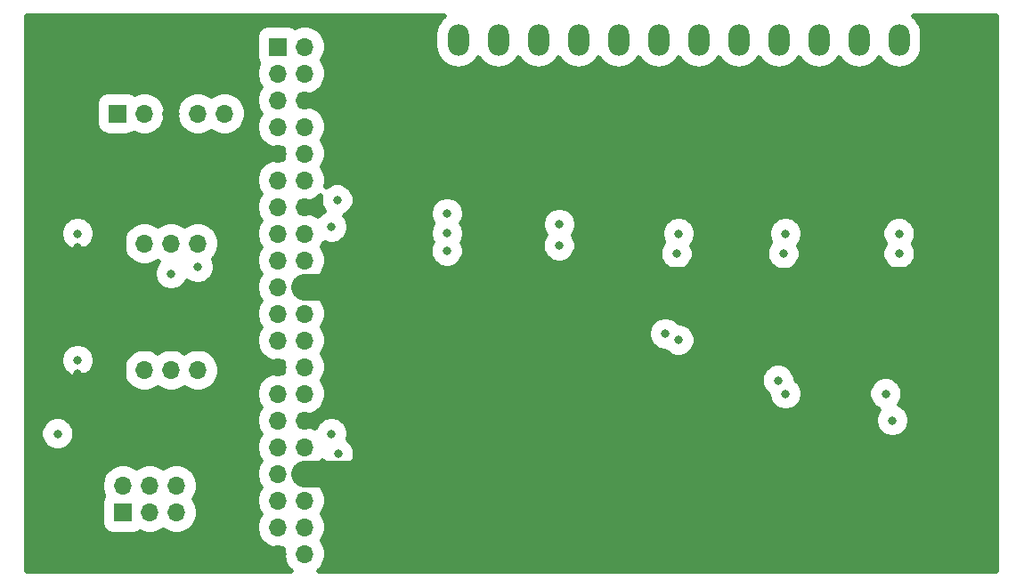
<source format=gbr>
%TF.GenerationSoftware,KiCad,Pcbnew,5.1.9+dfsg1-1*%
%TF.CreationDate,2021-02-28T18:52:37-05:00*%
%TF.ProjectId,incubator_pcb,696e6375-6261-4746-9f72-5f7063622e6b,rev?*%
%TF.SameCoordinates,Original*%
%TF.FileFunction,Copper,L2,Inr*%
%TF.FilePolarity,Positive*%
%FSLAX46Y46*%
G04 Gerber Fmt 4.6, Leading zero omitted, Abs format (unit mm)*
G04 Created by KiCad (PCBNEW 5.1.9+dfsg1-1) date 2021-02-28 18:52:37*
%MOMM*%
%LPD*%
G01*
G04 APERTURE LIST*
%TA.AperFunction,ComponentPad*%
%ADD10O,1.700000X1.700000*%
%TD*%
%TA.AperFunction,ComponentPad*%
%ADD11R,1.700000X1.700000*%
%TD*%
%TA.AperFunction,ComponentPad*%
%ADD12O,2.000000X3.000000*%
%TD*%
%TA.AperFunction,ViaPad*%
%ADD13C,0.800000*%
%TD*%
%TA.AperFunction,Conductor*%
%ADD14C,0.250000*%
%TD*%
%TA.AperFunction,Conductor*%
%ADD15C,2.500000*%
%TD*%
%TA.AperFunction,Conductor*%
%ADD16C,0.500000*%
%TD*%
%TA.AperFunction,Conductor*%
%ADD17C,0.100000*%
%TD*%
G04 APERTURE END LIST*
D10*
X20828000Y-118618000D03*
X20828000Y-121158000D03*
X18288000Y-118618000D03*
X18288000Y-121158000D03*
X15748000Y-118618000D03*
D11*
X15748000Y-121158000D03*
D10*
X22860000Y-107619999D03*
X20320000Y-107619999D03*
X17780000Y-107619999D03*
D11*
X15240000Y-107619999D03*
D10*
X22860000Y-95554999D03*
X20320000Y-95554999D03*
X17780000Y-95554999D03*
D11*
X15240000Y-95554999D03*
D10*
X33020000Y-125095000D03*
X30480000Y-125095000D03*
X33020000Y-122555000D03*
X30480000Y-122555000D03*
X33020000Y-120015000D03*
X30480000Y-120015000D03*
X33020000Y-117475000D03*
X30480000Y-117475000D03*
X33020000Y-114935000D03*
X30480000Y-114935000D03*
X33020000Y-112395000D03*
X30480000Y-112395000D03*
X33020000Y-109855000D03*
X30480000Y-109855000D03*
X33020000Y-107315000D03*
X30480000Y-107315000D03*
X33020000Y-104775000D03*
X30480000Y-104775000D03*
X33020000Y-102235000D03*
X30480000Y-102235000D03*
X33020000Y-99695000D03*
X30480000Y-99695000D03*
X33020000Y-97155000D03*
X30480000Y-97155000D03*
X33020000Y-94615000D03*
X30480000Y-94615000D03*
X33020000Y-92075000D03*
X30480000Y-92075000D03*
X33020000Y-89535000D03*
X30480000Y-89535000D03*
X33020000Y-86995000D03*
X30480000Y-86995000D03*
X33020000Y-84455000D03*
X30480000Y-84455000D03*
X33020000Y-81915000D03*
X30480000Y-81915000D03*
X33020000Y-79375000D03*
X30480000Y-79375000D03*
X33020000Y-76835000D03*
D11*
X30480000Y-76835000D03*
D12*
X18288000Y-76200000D03*
X14478000Y-76200000D03*
X10668000Y-76200000D03*
X25908000Y-76200000D03*
X22098000Y-76200000D03*
D10*
X25400000Y-83185000D03*
X22860000Y-83185000D03*
X20320000Y-83185000D03*
X17780000Y-83185000D03*
D11*
X15240000Y-83185000D03*
D12*
X89535000Y-76200000D03*
X85725000Y-76200000D03*
X81915000Y-76200000D03*
X78105000Y-76200000D03*
X74295000Y-76200000D03*
X70485000Y-76200000D03*
X66675000Y-76200000D03*
X62865000Y-76200000D03*
X59055000Y-76200000D03*
X55245000Y-76200000D03*
X51435000Y-76200000D03*
X47625000Y-76200000D03*
D13*
X11430000Y-94615000D03*
X11430000Y-106680000D03*
X9525000Y-113665000D03*
X20320000Y-98425000D03*
X22860000Y-97789996D03*
X42545000Y-99695000D03*
X42545000Y-100965000D03*
X41275000Y-100965000D03*
X41275000Y-120015000D03*
X41275000Y-118745000D03*
X11430000Y-95885000D03*
X11430000Y-107950000D03*
X8890000Y-120650000D03*
X42545000Y-118745000D03*
X42545000Y-120015000D03*
X41275000Y-117475000D03*
X42545000Y-117475000D03*
X53213000Y-99695000D03*
X53213000Y-100965000D03*
X51943000Y-100965000D03*
X51943000Y-99695000D03*
X51943000Y-120015000D03*
X51943000Y-118745000D03*
X53213000Y-118745000D03*
X53213000Y-120015000D03*
X51943000Y-117475000D03*
X53213000Y-117475000D03*
X51943000Y-98425000D03*
X85217000Y-99695000D03*
X85217000Y-100965000D03*
X83947000Y-100965000D03*
X83947000Y-99695000D03*
X83947000Y-120015000D03*
X83947000Y-118745000D03*
X85217000Y-118745000D03*
X85217000Y-120015000D03*
X83947000Y-117475000D03*
X85217000Y-117475000D03*
X83947000Y-98425000D03*
X95885000Y-99695000D03*
X95885000Y-100965000D03*
X94615000Y-100965000D03*
X94615000Y-99695000D03*
X94615000Y-120015000D03*
X94615000Y-118745000D03*
X95885000Y-118745000D03*
X95885000Y-120015000D03*
X94615000Y-117475000D03*
X95885000Y-117475000D03*
X94615000Y-98425000D03*
X63881000Y-99695000D03*
X63881000Y-100965000D03*
X62611000Y-100965000D03*
X62611000Y-120015000D03*
X62611000Y-118745000D03*
X63881000Y-118745000D03*
X63881000Y-120015000D03*
X62611000Y-117475000D03*
X63881000Y-117475000D03*
X74549000Y-99695000D03*
X74549000Y-100965000D03*
X73279000Y-100965000D03*
X73279000Y-99695000D03*
X73279000Y-120015000D03*
X73279000Y-118745000D03*
X74549000Y-118745000D03*
X74549000Y-120015000D03*
X73279000Y-117475000D03*
X74549000Y-117475000D03*
X73279000Y-98425000D03*
X41275000Y-99695000D03*
X41275000Y-98425000D03*
X62776010Y-98416462D03*
X62776010Y-99661923D03*
X35560000Y-93980002D03*
X36195000Y-115570002D03*
X35560000Y-113665000D03*
X36121373Y-91406640D03*
X46571391Y-94587525D03*
X46551397Y-96266000D03*
X46571391Y-92710000D03*
X78740000Y-94615000D03*
X78740000Y-109855000D03*
X78555397Y-96520000D03*
X78039990Y-108585000D03*
X89535000Y-96520000D03*
X88900002Y-112395000D03*
X89535000Y-94615000D03*
X88264996Y-109855000D03*
X67310000Y-104140000D03*
X68395378Y-96520000D03*
X68580000Y-94615000D03*
X68559656Y-104738718D03*
X57219391Y-95758000D03*
X57239395Y-93726000D03*
D14*
X40005000Y-99060000D02*
X40005000Y-99695000D01*
X14909999Y-95885000D02*
X15240000Y-95554999D01*
X11430000Y-95885000D02*
X14909999Y-95885000D01*
X14909999Y-107950000D02*
X15240000Y-107619999D01*
X11430000Y-107950000D02*
X14909999Y-107950000D01*
X8890000Y-120650000D02*
X10160000Y-120650000D01*
X15240000Y-115570000D02*
X15240000Y-107619999D01*
X10160000Y-120650000D02*
X15240000Y-115570000D01*
X42545000Y-118745000D02*
X42545000Y-120015000D01*
X41275000Y-120015000D02*
X42545000Y-120015000D01*
X41275000Y-117475000D02*
X41910000Y-117475000D01*
X42545000Y-118745000D02*
X42545000Y-117475000D01*
X42545000Y-117475000D02*
X41910000Y-117475000D01*
X51308000Y-99060000D02*
X51943000Y-98425000D01*
X50673000Y-99060000D02*
X51308000Y-99060000D01*
X50673000Y-99060000D02*
X51308000Y-99695000D01*
X51308000Y-99695000D02*
X51943000Y-99695000D01*
X50673000Y-99060000D02*
X50673000Y-99695000D01*
X53213000Y-118745000D02*
X53213000Y-120015000D01*
X51943000Y-120015000D02*
X53213000Y-120015000D01*
X51943000Y-117475000D02*
X52578000Y-117475000D01*
X53213000Y-118745000D02*
X53213000Y-117475000D01*
X53213000Y-117475000D02*
X52578000Y-117475000D01*
X83312000Y-99060000D02*
X83947000Y-98425000D01*
X82677000Y-99060000D02*
X83312000Y-99060000D01*
X82677000Y-99060000D02*
X83312000Y-99695000D01*
X83312000Y-99695000D02*
X83947000Y-99695000D01*
X82677000Y-99060000D02*
X82677000Y-99695000D01*
X85217000Y-118745000D02*
X85217000Y-120015000D01*
X83947000Y-120015000D02*
X85217000Y-120015000D01*
X83947000Y-117475000D02*
X84582000Y-117475000D01*
X85217000Y-118745000D02*
X85217000Y-117475000D01*
X85217000Y-117475000D02*
X84582000Y-117475000D01*
X93980000Y-99060000D02*
X94615000Y-98425000D01*
X93345000Y-99060000D02*
X93980000Y-99060000D01*
X93345000Y-99060000D02*
X93980000Y-99695000D01*
X93980000Y-99695000D02*
X94615000Y-99695000D01*
X93345000Y-99060000D02*
X93345000Y-99695000D01*
X95885000Y-118745000D02*
X95885000Y-120015000D01*
X94615000Y-120015000D02*
X95885000Y-120015000D01*
X94615000Y-117475000D02*
X95250000Y-117475000D01*
X95885000Y-118745000D02*
X95885000Y-117475000D01*
X95885000Y-117475000D02*
X95250000Y-117475000D01*
X61341000Y-99060000D02*
X61341000Y-99695000D01*
X63881000Y-118745000D02*
X63881000Y-120015000D01*
X62611000Y-120015000D02*
X63881000Y-120015000D01*
X62611000Y-117475000D02*
X63246000Y-117475000D01*
X63881000Y-118745000D02*
X63881000Y-117475000D01*
X63881000Y-117475000D02*
X63246000Y-117475000D01*
X72644000Y-99060000D02*
X73279000Y-98425000D01*
X72009000Y-99060000D02*
X72644000Y-99060000D01*
X72009000Y-99060000D02*
X72644000Y-99695000D01*
X72644000Y-99695000D02*
X73279000Y-99695000D01*
X72009000Y-99060000D02*
X72009000Y-99695000D01*
X74549000Y-118745000D02*
X74549000Y-120015000D01*
X73279000Y-120015000D02*
X74549000Y-120015000D01*
X73279000Y-117475000D02*
X73914000Y-117475000D01*
X74549000Y-118745000D02*
X74549000Y-117475000D01*
X74549000Y-117475000D02*
X73914000Y-117475000D01*
D15*
X41910000Y-117475000D02*
X41910000Y-119380000D01*
X52705000Y-117475000D02*
X52705000Y-119380000D01*
X52705000Y-117475000D02*
X96520000Y-117475000D01*
X62611000Y-120015000D02*
X62611000Y-117475000D01*
X63881000Y-120015000D02*
X63881000Y-117475000D01*
X74549000Y-120015000D02*
X74549000Y-117475000D01*
X73279000Y-120015000D02*
X73279000Y-117475000D01*
X83947000Y-120015000D02*
X83947000Y-117475000D01*
X85217000Y-120015000D02*
X85217000Y-117475000D01*
X94615000Y-117475000D02*
X94615000Y-120015000D01*
X83947000Y-99187000D02*
X83820000Y-99060000D01*
X83947000Y-100965000D02*
X83947000Y-99187000D01*
X94615000Y-100965000D02*
X94615000Y-99060000D01*
X94615000Y-99060000D02*
X95885000Y-99060000D01*
X83820000Y-99060000D02*
X94615000Y-99060000D01*
X41275000Y-100965000D02*
X41275000Y-99060000D01*
X40005000Y-99060000D02*
X41275000Y-99060000D01*
X42545000Y-100965000D02*
X42545000Y-99060000D01*
X41275000Y-99060000D02*
X42545000Y-99060000D01*
X53213000Y-100965000D02*
X53213000Y-99695000D01*
X51943000Y-100965000D02*
X51943000Y-99695000D01*
X63881000Y-100965000D02*
X63881000Y-99695000D01*
X74549000Y-100965000D02*
X74549000Y-99695000D01*
X73279000Y-100965000D02*
X73279000Y-99695000D01*
X85217000Y-100965000D02*
X85217000Y-99695000D01*
X95885000Y-100965000D02*
X95885000Y-99060000D01*
X42545000Y-99060000D02*
X77758998Y-99060000D01*
X77758998Y-99060000D02*
X77803999Y-99105001D01*
X77803999Y-99105001D02*
X83774999Y-99105001D01*
X83774999Y-99105001D02*
X83820000Y-99060000D01*
X40005000Y-99060000D02*
X40005000Y-98048632D01*
X41910000Y-99695000D02*
X42545000Y-99060000D01*
X33020000Y-99695000D02*
X41910000Y-99695000D01*
X33020000Y-117475000D02*
X33065003Y-117520003D01*
X52659997Y-117520003D02*
X52705000Y-117475000D01*
X33065003Y-117520003D02*
X52659997Y-117520003D01*
D14*
X40005000Y-99060000D02*
X40640000Y-99695000D01*
X40640000Y-99695000D02*
X41275000Y-99695000D01*
X40005000Y-99060000D02*
X40640000Y-98425000D01*
X40640000Y-98425000D02*
X41275000Y-98425000D01*
D15*
X62611000Y-99826933D02*
X62776010Y-99661923D01*
D14*
X61341000Y-99060000D02*
X62132472Y-99060000D01*
X62132472Y-99060000D02*
X62776010Y-98416462D01*
D15*
X62611000Y-100965000D02*
X62611000Y-99826933D01*
D14*
X61341000Y-99060000D02*
X61942923Y-99661923D01*
X61942923Y-99661923D02*
X62776010Y-99661923D01*
D16*
X46026312Y-74101312D02*
X45745142Y-74443919D01*
X45536214Y-74834797D01*
X45407556Y-75258924D01*
X45375000Y-75589473D01*
X45375000Y-76810528D01*
X45407556Y-77141077D01*
X45536214Y-77565204D01*
X45745143Y-77956081D01*
X46026313Y-78298688D01*
X46368920Y-78579858D01*
X46759797Y-78788786D01*
X47183924Y-78917444D01*
X47625000Y-78960886D01*
X48066077Y-78917444D01*
X48490204Y-78788786D01*
X48881081Y-78579858D01*
X49223688Y-78298688D01*
X49504858Y-77956081D01*
X49530000Y-77909043D01*
X49555143Y-77956081D01*
X49836313Y-78298688D01*
X50178920Y-78579858D01*
X50569797Y-78788786D01*
X50993924Y-78917444D01*
X51435000Y-78960886D01*
X51876077Y-78917444D01*
X52300204Y-78788786D01*
X52691081Y-78579858D01*
X53033688Y-78298688D01*
X53314858Y-77956081D01*
X53340000Y-77909043D01*
X53365143Y-77956081D01*
X53646313Y-78298688D01*
X53988920Y-78579858D01*
X54379797Y-78788786D01*
X54803924Y-78917444D01*
X55245000Y-78960886D01*
X55686077Y-78917444D01*
X56110204Y-78788786D01*
X56501081Y-78579858D01*
X56843688Y-78298688D01*
X57124858Y-77956081D01*
X57150000Y-77909043D01*
X57175143Y-77956081D01*
X57456313Y-78298688D01*
X57798920Y-78579858D01*
X58189797Y-78788786D01*
X58613924Y-78917444D01*
X59055000Y-78960886D01*
X59496077Y-78917444D01*
X59920204Y-78788786D01*
X60311081Y-78579858D01*
X60653688Y-78298688D01*
X60934858Y-77956081D01*
X60960000Y-77909043D01*
X60985143Y-77956081D01*
X61266313Y-78298688D01*
X61608920Y-78579858D01*
X61999797Y-78788786D01*
X62423924Y-78917444D01*
X62865000Y-78960886D01*
X63306077Y-78917444D01*
X63730204Y-78788786D01*
X64121081Y-78579858D01*
X64463688Y-78298688D01*
X64744858Y-77956081D01*
X64770000Y-77909043D01*
X64795143Y-77956081D01*
X65076313Y-78298688D01*
X65418920Y-78579858D01*
X65809797Y-78788786D01*
X66233924Y-78917444D01*
X66675000Y-78960886D01*
X67116077Y-78917444D01*
X67540204Y-78788786D01*
X67931081Y-78579858D01*
X68273688Y-78298688D01*
X68554858Y-77956081D01*
X68580000Y-77909043D01*
X68605143Y-77956081D01*
X68886313Y-78298688D01*
X69228920Y-78579858D01*
X69619797Y-78788786D01*
X70043924Y-78917444D01*
X70485000Y-78960886D01*
X70926077Y-78917444D01*
X71350204Y-78788786D01*
X71741081Y-78579858D01*
X72083688Y-78298688D01*
X72364858Y-77956081D01*
X72390000Y-77909043D01*
X72415143Y-77956081D01*
X72696313Y-78298688D01*
X73038920Y-78579858D01*
X73429797Y-78788786D01*
X73853924Y-78917444D01*
X74295000Y-78960886D01*
X74736077Y-78917444D01*
X75160204Y-78788786D01*
X75551081Y-78579858D01*
X75893688Y-78298688D01*
X76174858Y-77956081D01*
X76200000Y-77909043D01*
X76225143Y-77956081D01*
X76506313Y-78298688D01*
X76848920Y-78579858D01*
X77239797Y-78788786D01*
X77663924Y-78917444D01*
X78105000Y-78960886D01*
X78546077Y-78917444D01*
X78970204Y-78788786D01*
X79361081Y-78579858D01*
X79703688Y-78298688D01*
X79984858Y-77956081D01*
X80010000Y-77909043D01*
X80035143Y-77956081D01*
X80316313Y-78298688D01*
X80658920Y-78579858D01*
X81049797Y-78788786D01*
X81473924Y-78917444D01*
X81915000Y-78960886D01*
X82356077Y-78917444D01*
X82780204Y-78788786D01*
X83171081Y-78579858D01*
X83513688Y-78298688D01*
X83794858Y-77956081D01*
X83820000Y-77909043D01*
X83845143Y-77956081D01*
X84126313Y-78298688D01*
X84468920Y-78579858D01*
X84859797Y-78788786D01*
X85283924Y-78917444D01*
X85725000Y-78960886D01*
X86166077Y-78917444D01*
X86590204Y-78788786D01*
X86981081Y-78579858D01*
X87323688Y-78298688D01*
X87604858Y-77956081D01*
X87630000Y-77909043D01*
X87655143Y-77956081D01*
X87936313Y-78298688D01*
X88278920Y-78579858D01*
X88669797Y-78788786D01*
X89093924Y-78917444D01*
X89535000Y-78960886D01*
X89976077Y-78917444D01*
X90400204Y-78788786D01*
X90791081Y-78579858D01*
X91133688Y-78298688D01*
X91414858Y-77956081D01*
X91623786Y-77565203D01*
X91752444Y-77141076D01*
X91785000Y-76810527D01*
X91785000Y-75589472D01*
X91752444Y-75258923D01*
X91623786Y-74834796D01*
X91414858Y-74443919D01*
X91133688Y-74101312D01*
X90900573Y-73910000D01*
X98810000Y-73910000D01*
X98810000Y-126750000D01*
X34323018Y-126750000D01*
X34358672Y-126726177D01*
X34651177Y-126433672D01*
X34880996Y-126089723D01*
X35039298Y-125707547D01*
X35120000Y-125301832D01*
X35120000Y-124888168D01*
X35039298Y-124482453D01*
X34880996Y-124100277D01*
X34697062Y-123825000D01*
X34880996Y-123549723D01*
X35039298Y-123167547D01*
X35120000Y-122761832D01*
X35120000Y-122348168D01*
X35039298Y-121942453D01*
X34880996Y-121560277D01*
X34697062Y-121285000D01*
X34880996Y-121009723D01*
X35039298Y-120627547D01*
X35120000Y-120221832D01*
X35120000Y-119808168D01*
X35039298Y-119402453D01*
X34880996Y-119020277D01*
X34651177Y-118676328D01*
X34358672Y-118383823D01*
X34014723Y-118154004D01*
X33632547Y-117995702D01*
X33226832Y-117915000D01*
X32813168Y-117915000D01*
X32522103Y-117972897D01*
X32580000Y-117681832D01*
X32580000Y-117268168D01*
X32522103Y-116977103D01*
X32813168Y-117035000D01*
X33226832Y-117035000D01*
X33632547Y-116954298D01*
X34014723Y-116795996D01*
X34358672Y-116566177D01*
X34651177Y-116273672D01*
X34681639Y-116228083D01*
X34732789Y-116351570D01*
X34913361Y-116621816D01*
X35143186Y-116851641D01*
X35413432Y-117032213D01*
X35713713Y-117156594D01*
X36032489Y-117220002D01*
X36357511Y-117220002D01*
X36676287Y-117156594D01*
X36976568Y-117032213D01*
X37246814Y-116851641D01*
X37476639Y-116621816D01*
X37657211Y-116351570D01*
X37781592Y-116051289D01*
X37845000Y-115732513D01*
X37845000Y-115407491D01*
X37781592Y-115088715D01*
X37657211Y-114788434D01*
X37476639Y-114518188D01*
X37246814Y-114288363D01*
X37122224Y-114205115D01*
X37146592Y-114146287D01*
X37210000Y-113827511D01*
X37210000Y-113502489D01*
X37146592Y-113183713D01*
X37022211Y-112883432D01*
X36841639Y-112613186D01*
X36611814Y-112383361D01*
X36341568Y-112202789D01*
X36041287Y-112078408D01*
X35722511Y-112015000D01*
X35397489Y-112015000D01*
X35078713Y-112078408D01*
X34778432Y-112202789D01*
X34508186Y-112383361D01*
X34278361Y-112613186D01*
X34097789Y-112883432D01*
X34017956Y-113076164D01*
X34014723Y-113074004D01*
X33632547Y-112915702D01*
X33226832Y-112835000D01*
X32813168Y-112835000D01*
X32522103Y-112892897D01*
X32580000Y-112601832D01*
X32580000Y-112188168D01*
X32522103Y-111897103D01*
X32813168Y-111955000D01*
X33226832Y-111955000D01*
X33632547Y-111874298D01*
X34014723Y-111715996D01*
X34358672Y-111486177D01*
X34651177Y-111193672D01*
X34880996Y-110849723D01*
X35039298Y-110467547D01*
X35120000Y-110061832D01*
X35120000Y-109648168D01*
X35039298Y-109242453D01*
X34880996Y-108860277D01*
X34697062Y-108585000D01*
X34805648Y-108422489D01*
X76389990Y-108422489D01*
X76389990Y-108747511D01*
X76453398Y-109066287D01*
X76577779Y-109366568D01*
X76758351Y-109636814D01*
X76988176Y-109866639D01*
X77090000Y-109934675D01*
X77090000Y-110017511D01*
X77153408Y-110336287D01*
X77277789Y-110636568D01*
X77458361Y-110906814D01*
X77688186Y-111136639D01*
X77958432Y-111317211D01*
X78258713Y-111441592D01*
X78577489Y-111505000D01*
X78902511Y-111505000D01*
X79221287Y-111441592D01*
X79521568Y-111317211D01*
X79791814Y-111136639D01*
X80021639Y-110906814D01*
X80202211Y-110636568D01*
X80326592Y-110336287D01*
X80390000Y-110017511D01*
X80390000Y-109692489D01*
X86614996Y-109692489D01*
X86614996Y-110017511D01*
X86678404Y-110336287D01*
X86802785Y-110636568D01*
X86983357Y-110906814D01*
X87213182Y-111136639D01*
X87483428Y-111317211D01*
X87602706Y-111366618D01*
X87437791Y-111613432D01*
X87313410Y-111913713D01*
X87250002Y-112232489D01*
X87250002Y-112557511D01*
X87313410Y-112876287D01*
X87437791Y-113176568D01*
X87618363Y-113446814D01*
X87848188Y-113676639D01*
X88118434Y-113857211D01*
X88418715Y-113981592D01*
X88737491Y-114045000D01*
X89062513Y-114045000D01*
X89381289Y-113981592D01*
X89681570Y-113857211D01*
X89951816Y-113676639D01*
X90181641Y-113446814D01*
X90362213Y-113176568D01*
X90486594Y-112876287D01*
X90550002Y-112557511D01*
X90550002Y-112232489D01*
X90486594Y-111913713D01*
X90362213Y-111613432D01*
X90181641Y-111343186D01*
X89951816Y-111113361D01*
X89681570Y-110932789D01*
X89562292Y-110883382D01*
X89727207Y-110636568D01*
X89851588Y-110336287D01*
X89914996Y-110017511D01*
X89914996Y-109692489D01*
X89851588Y-109373713D01*
X89727207Y-109073432D01*
X89546635Y-108803186D01*
X89316810Y-108573361D01*
X89046564Y-108392789D01*
X88746283Y-108268408D01*
X88427507Y-108205000D01*
X88102485Y-108205000D01*
X87783709Y-108268408D01*
X87483428Y-108392789D01*
X87213182Y-108573361D01*
X86983357Y-108803186D01*
X86802785Y-109073432D01*
X86678404Y-109373713D01*
X86614996Y-109692489D01*
X80390000Y-109692489D01*
X80326592Y-109373713D01*
X80202211Y-109073432D01*
X80021639Y-108803186D01*
X79791814Y-108573361D01*
X79689990Y-108505325D01*
X79689990Y-108422489D01*
X79626582Y-108103713D01*
X79502201Y-107803432D01*
X79321629Y-107533186D01*
X79091804Y-107303361D01*
X78821558Y-107122789D01*
X78521277Y-106998408D01*
X78202501Y-106935000D01*
X77877479Y-106935000D01*
X77558703Y-106998408D01*
X77258422Y-107122789D01*
X76988176Y-107303361D01*
X76758351Y-107533186D01*
X76577779Y-107803432D01*
X76453398Y-108103713D01*
X76389990Y-108422489D01*
X34805648Y-108422489D01*
X34880996Y-108309723D01*
X35039298Y-107927547D01*
X35120000Y-107521832D01*
X35120000Y-107108168D01*
X35039298Y-106702453D01*
X34880996Y-106320277D01*
X34697062Y-106045000D01*
X34880996Y-105769723D01*
X35039298Y-105387547D01*
X35120000Y-104981832D01*
X35120000Y-104568168D01*
X35039298Y-104162453D01*
X34962684Y-103977489D01*
X65660000Y-103977489D01*
X65660000Y-104302511D01*
X65723408Y-104621287D01*
X65847789Y-104921568D01*
X66028361Y-105191814D01*
X66258186Y-105421639D01*
X66528432Y-105602211D01*
X66828713Y-105726592D01*
X67147489Y-105790000D01*
X67277662Y-105790000D01*
X67278017Y-105790532D01*
X67507842Y-106020357D01*
X67778088Y-106200929D01*
X68078369Y-106325310D01*
X68397145Y-106388718D01*
X68722167Y-106388718D01*
X69040943Y-106325310D01*
X69341224Y-106200929D01*
X69611470Y-106020357D01*
X69841295Y-105790532D01*
X70021867Y-105520286D01*
X70146248Y-105220005D01*
X70209656Y-104901229D01*
X70209656Y-104576207D01*
X70146248Y-104257431D01*
X70021867Y-103957150D01*
X69841295Y-103686904D01*
X69611470Y-103457079D01*
X69341224Y-103276507D01*
X69040943Y-103152126D01*
X68722167Y-103088718D01*
X68591994Y-103088718D01*
X68591639Y-103088186D01*
X68361814Y-102858361D01*
X68091568Y-102677789D01*
X67791287Y-102553408D01*
X67472511Y-102490000D01*
X67147489Y-102490000D01*
X66828713Y-102553408D01*
X66528432Y-102677789D01*
X66258186Y-102858361D01*
X66028361Y-103088186D01*
X65847789Y-103358432D01*
X65723408Y-103658713D01*
X65660000Y-103977489D01*
X34962684Y-103977489D01*
X34880996Y-103780277D01*
X34697062Y-103505000D01*
X34880996Y-103229723D01*
X35039298Y-102847547D01*
X35120000Y-102441832D01*
X35120000Y-102028168D01*
X35039298Y-101622453D01*
X34880996Y-101240277D01*
X34651177Y-100896328D01*
X34358672Y-100603823D01*
X34014723Y-100374004D01*
X33632547Y-100215702D01*
X33226832Y-100135000D01*
X32813168Y-100135000D01*
X32522103Y-100192897D01*
X32580000Y-99901832D01*
X32580000Y-99488168D01*
X32522103Y-99197103D01*
X32813168Y-99255000D01*
X33226832Y-99255000D01*
X33632547Y-99174298D01*
X34014723Y-99015996D01*
X34358672Y-98786177D01*
X34651177Y-98493672D01*
X34880996Y-98149723D01*
X35039298Y-97767547D01*
X35120000Y-97361832D01*
X35120000Y-96948168D01*
X35039298Y-96542453D01*
X34880996Y-96160277D01*
X34843052Y-96103489D01*
X44901397Y-96103489D01*
X44901397Y-96428511D01*
X44964805Y-96747287D01*
X45089186Y-97047568D01*
X45269758Y-97317814D01*
X45499583Y-97547639D01*
X45769829Y-97728211D01*
X46070110Y-97852592D01*
X46388886Y-97916000D01*
X46713908Y-97916000D01*
X47032684Y-97852592D01*
X47332965Y-97728211D01*
X47603211Y-97547639D01*
X47833036Y-97317814D01*
X48013608Y-97047568D01*
X48137989Y-96747287D01*
X48201397Y-96428511D01*
X48201397Y-96103489D01*
X48137989Y-95784713D01*
X48059610Y-95595489D01*
X55569391Y-95595489D01*
X55569391Y-95920511D01*
X55632799Y-96239287D01*
X55757180Y-96539568D01*
X55937752Y-96809814D01*
X56167577Y-97039639D01*
X56437823Y-97220211D01*
X56738104Y-97344592D01*
X57056880Y-97408000D01*
X57381902Y-97408000D01*
X57700678Y-97344592D01*
X58000959Y-97220211D01*
X58271205Y-97039639D01*
X58501030Y-96809814D01*
X58681602Y-96539568D01*
X58757021Y-96357489D01*
X66745378Y-96357489D01*
X66745378Y-96682511D01*
X66808786Y-97001287D01*
X66933167Y-97301568D01*
X67113739Y-97571814D01*
X67343564Y-97801639D01*
X67613810Y-97982211D01*
X67914091Y-98106592D01*
X68232867Y-98170000D01*
X68557889Y-98170000D01*
X68876665Y-98106592D01*
X69176946Y-97982211D01*
X69447192Y-97801639D01*
X69677017Y-97571814D01*
X69857589Y-97301568D01*
X69981970Y-97001287D01*
X70045378Y-96682511D01*
X70045378Y-96357489D01*
X76905397Y-96357489D01*
X76905397Y-96682511D01*
X76968805Y-97001287D01*
X77093186Y-97301568D01*
X77273758Y-97571814D01*
X77503583Y-97801639D01*
X77773829Y-97982211D01*
X78074110Y-98106592D01*
X78392886Y-98170000D01*
X78717908Y-98170000D01*
X79036684Y-98106592D01*
X79336965Y-97982211D01*
X79607211Y-97801639D01*
X79837036Y-97571814D01*
X80017608Y-97301568D01*
X80141989Y-97001287D01*
X80205397Y-96682511D01*
X80205397Y-96357489D01*
X80141989Y-96038713D01*
X80017608Y-95738432D01*
X79990536Y-95697917D01*
X80021639Y-95666814D01*
X80202211Y-95396568D01*
X80326592Y-95096287D01*
X80390000Y-94777511D01*
X80390000Y-94452489D01*
X87885000Y-94452489D01*
X87885000Y-94777511D01*
X87948408Y-95096287D01*
X88072789Y-95396568D01*
X88187002Y-95567500D01*
X88072789Y-95738432D01*
X87948408Y-96038713D01*
X87885000Y-96357489D01*
X87885000Y-96682511D01*
X87948408Y-97001287D01*
X88072789Y-97301568D01*
X88253361Y-97571814D01*
X88483186Y-97801639D01*
X88753432Y-97982211D01*
X89053713Y-98106592D01*
X89372489Y-98170000D01*
X89697511Y-98170000D01*
X90016287Y-98106592D01*
X90316568Y-97982211D01*
X90586814Y-97801639D01*
X90816639Y-97571814D01*
X90997211Y-97301568D01*
X91121592Y-97001287D01*
X91185000Y-96682511D01*
X91185000Y-96357489D01*
X91121592Y-96038713D01*
X90997211Y-95738432D01*
X90882998Y-95567500D01*
X90997211Y-95396568D01*
X91121592Y-95096287D01*
X91185000Y-94777511D01*
X91185000Y-94452489D01*
X91121592Y-94133713D01*
X90997211Y-93833432D01*
X90816639Y-93563186D01*
X90586814Y-93333361D01*
X90316568Y-93152789D01*
X90016287Y-93028408D01*
X89697511Y-92965000D01*
X89372489Y-92965000D01*
X89053713Y-93028408D01*
X88753432Y-93152789D01*
X88483186Y-93333361D01*
X88253361Y-93563186D01*
X88072789Y-93833432D01*
X87948408Y-94133713D01*
X87885000Y-94452489D01*
X80390000Y-94452489D01*
X80326592Y-94133713D01*
X80202211Y-93833432D01*
X80021639Y-93563186D01*
X79791814Y-93333361D01*
X79521568Y-93152789D01*
X79221287Y-93028408D01*
X78902511Y-92965000D01*
X78577489Y-92965000D01*
X78258713Y-93028408D01*
X77958432Y-93152789D01*
X77688186Y-93333361D01*
X77458361Y-93563186D01*
X77277789Y-93833432D01*
X77153408Y-94133713D01*
X77090000Y-94452489D01*
X77090000Y-94777511D01*
X77153408Y-95096287D01*
X77277789Y-95396568D01*
X77304861Y-95437083D01*
X77273758Y-95468186D01*
X77093186Y-95738432D01*
X76968805Y-96038713D01*
X76905397Y-96357489D01*
X70045378Y-96357489D01*
X69981970Y-96038713D01*
X69857589Y-95738432D01*
X69830525Y-95697928D01*
X69861639Y-95666814D01*
X70042211Y-95396568D01*
X70166592Y-95096287D01*
X70230000Y-94777511D01*
X70230000Y-94452489D01*
X70166592Y-94133713D01*
X70042211Y-93833432D01*
X69861639Y-93563186D01*
X69631814Y-93333361D01*
X69361568Y-93152789D01*
X69061287Y-93028408D01*
X68742511Y-92965000D01*
X68417489Y-92965000D01*
X68098713Y-93028408D01*
X67798432Y-93152789D01*
X67528186Y-93333361D01*
X67298361Y-93563186D01*
X67117789Y-93833432D01*
X66993408Y-94133713D01*
X66930000Y-94452489D01*
X66930000Y-94777511D01*
X66993408Y-95096287D01*
X67117789Y-95396568D01*
X67144853Y-95437072D01*
X67113739Y-95468186D01*
X66933167Y-95738432D01*
X66808786Y-96038713D01*
X66745378Y-96357489D01*
X58757021Y-96357489D01*
X58805983Y-96239287D01*
X58869391Y-95920511D01*
X58869391Y-95595489D01*
X58805983Y-95276713D01*
X58681602Y-94976432D01*
X58534962Y-94756969D01*
X58701606Y-94507568D01*
X58825987Y-94207287D01*
X58889395Y-93888511D01*
X58889395Y-93563489D01*
X58825987Y-93244713D01*
X58701606Y-92944432D01*
X58521034Y-92674186D01*
X58291209Y-92444361D01*
X58020963Y-92263789D01*
X57720682Y-92139408D01*
X57401906Y-92076000D01*
X57076884Y-92076000D01*
X56758108Y-92139408D01*
X56457827Y-92263789D01*
X56187581Y-92444361D01*
X55957756Y-92674186D01*
X55777184Y-92944432D01*
X55652803Y-93244713D01*
X55589395Y-93563489D01*
X55589395Y-93888511D01*
X55652803Y-94207287D01*
X55777184Y-94507568D01*
X55923824Y-94727031D01*
X55757180Y-94976432D01*
X55632799Y-95276713D01*
X55569391Y-95595489D01*
X48059610Y-95595489D01*
X48013608Y-95484432D01*
X47985072Y-95441724D01*
X48033602Y-95369093D01*
X48157983Y-95068812D01*
X48221391Y-94750036D01*
X48221391Y-94425014D01*
X48157983Y-94106238D01*
X48033602Y-93805957D01*
X47928568Y-93648763D01*
X48033602Y-93491568D01*
X48157983Y-93191287D01*
X48221391Y-92872511D01*
X48221391Y-92547489D01*
X48157983Y-92228713D01*
X48033602Y-91928432D01*
X47853030Y-91658186D01*
X47623205Y-91428361D01*
X47352959Y-91247789D01*
X47052678Y-91123408D01*
X46733902Y-91060000D01*
X46408880Y-91060000D01*
X46090104Y-91123408D01*
X45789823Y-91247789D01*
X45519577Y-91428361D01*
X45289752Y-91658186D01*
X45109180Y-91928432D01*
X44984799Y-92228713D01*
X44921391Y-92547489D01*
X44921391Y-92872511D01*
X44984799Y-93191287D01*
X45109180Y-93491568D01*
X45214214Y-93648763D01*
X45109180Y-93805957D01*
X44984799Y-94106238D01*
X44921391Y-94425014D01*
X44921391Y-94750036D01*
X44984799Y-95068812D01*
X45109180Y-95369093D01*
X45137716Y-95411801D01*
X45089186Y-95484432D01*
X44964805Y-95784713D01*
X44901397Y-96103489D01*
X34843052Y-96103489D01*
X34697062Y-95885000D01*
X34880996Y-95609723D01*
X34925199Y-95503006D01*
X35078713Y-95566594D01*
X35397489Y-95630002D01*
X35722511Y-95630002D01*
X36041287Y-95566594D01*
X36341568Y-95442213D01*
X36611814Y-95261641D01*
X36841639Y-95031816D01*
X37022211Y-94761570D01*
X37146592Y-94461289D01*
X37210000Y-94142513D01*
X37210000Y-93817491D01*
X37146592Y-93498715D01*
X37022211Y-93198434D01*
X36841639Y-92928188D01*
X36817636Y-92904185D01*
X36902941Y-92868851D01*
X37173187Y-92688279D01*
X37403012Y-92458454D01*
X37583584Y-92188208D01*
X37707965Y-91887927D01*
X37771373Y-91569151D01*
X37771373Y-91244129D01*
X37707965Y-90925353D01*
X37583584Y-90625072D01*
X37403012Y-90354826D01*
X37173187Y-90125001D01*
X36902941Y-89944429D01*
X36602660Y-89820048D01*
X36283884Y-89756640D01*
X35958862Y-89756640D01*
X35640086Y-89820048D01*
X35339805Y-89944429D01*
X35069559Y-90125001D01*
X35033843Y-90160717D01*
X35039298Y-90147547D01*
X35120000Y-89741832D01*
X35120000Y-89328168D01*
X35039298Y-88922453D01*
X34880996Y-88540277D01*
X34697062Y-88265000D01*
X34880996Y-87989723D01*
X35039298Y-87607547D01*
X35120000Y-87201832D01*
X35120000Y-86788168D01*
X35039298Y-86382453D01*
X34880996Y-86000277D01*
X34697062Y-85725000D01*
X34880996Y-85449723D01*
X35039298Y-85067547D01*
X35120000Y-84661832D01*
X35120000Y-84248168D01*
X35039298Y-83842453D01*
X34880996Y-83460277D01*
X34651177Y-83116328D01*
X34358672Y-82823823D01*
X34014723Y-82594004D01*
X33632547Y-82435702D01*
X33226832Y-82355000D01*
X32813168Y-82355000D01*
X32522103Y-82412897D01*
X32580000Y-82121832D01*
X32580000Y-81708168D01*
X32522103Y-81417103D01*
X32813168Y-81475000D01*
X33226832Y-81475000D01*
X33632547Y-81394298D01*
X34014723Y-81235996D01*
X34358672Y-81006177D01*
X34651177Y-80713672D01*
X34880996Y-80369723D01*
X35039298Y-79987547D01*
X35120000Y-79581832D01*
X35120000Y-79168168D01*
X35039298Y-78762453D01*
X34880996Y-78380277D01*
X34697062Y-78105000D01*
X34880996Y-77829723D01*
X35039298Y-77447547D01*
X35120000Y-77041832D01*
X35120000Y-76628168D01*
X35039298Y-76222453D01*
X34880996Y-75840277D01*
X34651177Y-75496328D01*
X34358672Y-75203823D01*
X34014723Y-74974004D01*
X33632547Y-74815702D01*
X33226832Y-74735000D01*
X32813168Y-74735000D01*
X32407453Y-74815702D01*
X32053992Y-74962110D01*
X32027823Y-74940634D01*
X31810669Y-74824563D01*
X31575043Y-74753087D01*
X31330000Y-74728952D01*
X29630000Y-74728952D01*
X29384957Y-74753087D01*
X29149331Y-74824563D01*
X28932177Y-74940634D01*
X28741840Y-75096840D01*
X28585634Y-75287177D01*
X28469563Y-75504331D01*
X28398087Y-75739957D01*
X28373952Y-75985000D01*
X28373952Y-77685000D01*
X28398087Y-77930043D01*
X28469563Y-78165669D01*
X28585634Y-78382823D01*
X28607110Y-78408992D01*
X28460702Y-78762453D01*
X28380000Y-79168168D01*
X28380000Y-79581832D01*
X28460702Y-79987547D01*
X28619004Y-80369723D01*
X28802938Y-80645000D01*
X28619004Y-80920277D01*
X28460702Y-81302453D01*
X28380000Y-81708168D01*
X28380000Y-82121832D01*
X28460702Y-82527547D01*
X28619004Y-82909723D01*
X28802938Y-83185000D01*
X28619004Y-83460277D01*
X28460702Y-83842453D01*
X28380000Y-84248168D01*
X28380000Y-84661832D01*
X28460702Y-85067547D01*
X28619004Y-85449723D01*
X28848823Y-85793672D01*
X29141328Y-86086177D01*
X29485277Y-86315996D01*
X29867453Y-86474298D01*
X30273168Y-86555000D01*
X30686832Y-86555000D01*
X30977897Y-86497103D01*
X30920000Y-86788168D01*
X30920000Y-87201832D01*
X30977897Y-87492897D01*
X30686832Y-87435000D01*
X30273168Y-87435000D01*
X29867453Y-87515702D01*
X29485277Y-87674004D01*
X29141328Y-87903823D01*
X28848823Y-88196328D01*
X28619004Y-88540277D01*
X28460702Y-88922453D01*
X28380000Y-89328168D01*
X28380000Y-89741832D01*
X28460702Y-90147547D01*
X28619004Y-90529723D01*
X28802938Y-90805000D01*
X28619004Y-91080277D01*
X28460702Y-91462453D01*
X28380000Y-91868168D01*
X28380000Y-92281832D01*
X28460702Y-92687547D01*
X28619004Y-93069723D01*
X28802938Y-93345000D01*
X28619004Y-93620277D01*
X28460702Y-94002453D01*
X28380000Y-94408168D01*
X28380000Y-94821832D01*
X28460702Y-95227547D01*
X28619004Y-95609723D01*
X28802938Y-95885000D01*
X28619004Y-96160277D01*
X28460702Y-96542453D01*
X28380000Y-96948168D01*
X28380000Y-97361832D01*
X28460702Y-97767547D01*
X28619004Y-98149723D01*
X28802938Y-98425000D01*
X28619004Y-98700277D01*
X28460702Y-99082453D01*
X28380000Y-99488168D01*
X28380000Y-99901832D01*
X28460702Y-100307547D01*
X28619004Y-100689723D01*
X28802938Y-100965000D01*
X28619004Y-101240277D01*
X28460702Y-101622453D01*
X28380000Y-102028168D01*
X28380000Y-102441832D01*
X28460702Y-102847547D01*
X28619004Y-103229723D01*
X28802938Y-103505000D01*
X28619004Y-103780277D01*
X28460702Y-104162453D01*
X28380000Y-104568168D01*
X28380000Y-104981832D01*
X28460702Y-105387547D01*
X28619004Y-105769723D01*
X28848823Y-106113672D01*
X29141328Y-106406177D01*
X29485277Y-106635996D01*
X29867453Y-106794298D01*
X30273168Y-106875000D01*
X30686832Y-106875000D01*
X30977897Y-106817103D01*
X30920000Y-107108168D01*
X30920000Y-107521832D01*
X30977897Y-107812897D01*
X30686832Y-107755000D01*
X30273168Y-107755000D01*
X29867453Y-107835702D01*
X29485277Y-107994004D01*
X29141328Y-108223823D01*
X28848823Y-108516328D01*
X28619004Y-108860277D01*
X28460702Y-109242453D01*
X28380000Y-109648168D01*
X28380000Y-110061832D01*
X28460702Y-110467547D01*
X28619004Y-110849723D01*
X28802938Y-111125000D01*
X28619004Y-111400277D01*
X28460702Y-111782453D01*
X28380000Y-112188168D01*
X28380000Y-112601832D01*
X28460702Y-113007547D01*
X28619004Y-113389723D01*
X28802938Y-113665000D01*
X28619004Y-113940277D01*
X28460702Y-114322453D01*
X28380000Y-114728168D01*
X28380000Y-115141832D01*
X28460702Y-115547547D01*
X28619004Y-115929723D01*
X28802938Y-116205000D01*
X28619004Y-116480277D01*
X28460702Y-116862453D01*
X28380000Y-117268168D01*
X28380000Y-117681832D01*
X28460702Y-118087547D01*
X28619004Y-118469723D01*
X28802938Y-118745000D01*
X28619004Y-119020277D01*
X28460702Y-119402453D01*
X28380000Y-119808168D01*
X28380000Y-120221832D01*
X28460702Y-120627547D01*
X28619004Y-121009723D01*
X28802938Y-121285000D01*
X28619004Y-121560277D01*
X28460702Y-121942453D01*
X28380000Y-122348168D01*
X28380000Y-122761832D01*
X28460702Y-123167547D01*
X28619004Y-123549723D01*
X28848823Y-123893672D01*
X29141328Y-124186177D01*
X29485277Y-124415996D01*
X29867453Y-124574298D01*
X30273168Y-124655000D01*
X30686832Y-124655000D01*
X30977897Y-124597103D01*
X30920000Y-124888168D01*
X30920000Y-125301832D01*
X31000702Y-125707547D01*
X31159004Y-126089723D01*
X31388823Y-126433672D01*
X31681328Y-126726177D01*
X31716982Y-126750000D01*
X6600000Y-126750000D01*
X6600000Y-120308000D01*
X13641952Y-120308000D01*
X13641952Y-122008000D01*
X13666087Y-122253043D01*
X13737563Y-122488669D01*
X13853634Y-122705823D01*
X14009840Y-122896160D01*
X14200177Y-123052366D01*
X14417331Y-123168437D01*
X14652957Y-123239913D01*
X14898000Y-123264048D01*
X16598000Y-123264048D01*
X16843043Y-123239913D01*
X17078669Y-123168437D01*
X17295823Y-123052366D01*
X17321992Y-123030890D01*
X17675453Y-123177298D01*
X18081168Y-123258000D01*
X18494832Y-123258000D01*
X18900547Y-123177298D01*
X19282723Y-123018996D01*
X19558000Y-122835062D01*
X19833277Y-123018996D01*
X20215453Y-123177298D01*
X20621168Y-123258000D01*
X21034832Y-123258000D01*
X21440547Y-123177298D01*
X21822723Y-123018996D01*
X22166672Y-122789177D01*
X22459177Y-122496672D01*
X22688996Y-122152723D01*
X22847298Y-121770547D01*
X22928000Y-121364832D01*
X22928000Y-120951168D01*
X22847298Y-120545453D01*
X22688996Y-120163277D01*
X22505062Y-119888000D01*
X22688996Y-119612723D01*
X22847298Y-119230547D01*
X22928000Y-118824832D01*
X22928000Y-118411168D01*
X22847298Y-118005453D01*
X22688996Y-117623277D01*
X22459177Y-117279328D01*
X22166672Y-116986823D01*
X21822723Y-116757004D01*
X21440547Y-116598702D01*
X21034832Y-116518000D01*
X20621168Y-116518000D01*
X20215453Y-116598702D01*
X19833277Y-116757004D01*
X19558000Y-116940938D01*
X19282723Y-116757004D01*
X18900547Y-116598702D01*
X18494832Y-116518000D01*
X18081168Y-116518000D01*
X17675453Y-116598702D01*
X17293277Y-116757004D01*
X17018000Y-116940938D01*
X16742723Y-116757004D01*
X16360547Y-116598702D01*
X15954832Y-116518000D01*
X15541168Y-116518000D01*
X15135453Y-116598702D01*
X14753277Y-116757004D01*
X14409328Y-116986823D01*
X14116823Y-117279328D01*
X13887004Y-117623277D01*
X13728702Y-118005453D01*
X13648000Y-118411168D01*
X13648000Y-118824832D01*
X13728702Y-119230547D01*
X13875110Y-119584008D01*
X13853634Y-119610177D01*
X13737563Y-119827331D01*
X13666087Y-120062957D01*
X13641952Y-120308000D01*
X6600000Y-120308000D01*
X6600000Y-113502489D01*
X7875000Y-113502489D01*
X7875000Y-113827511D01*
X7938408Y-114146287D01*
X8062789Y-114446568D01*
X8243361Y-114716814D01*
X8473186Y-114946639D01*
X8743432Y-115127211D01*
X9043713Y-115251592D01*
X9362489Y-115315000D01*
X9687511Y-115315000D01*
X10006287Y-115251592D01*
X10306568Y-115127211D01*
X10576814Y-114946639D01*
X10806639Y-114716814D01*
X10987211Y-114446568D01*
X11111592Y-114146287D01*
X11175000Y-113827511D01*
X11175000Y-113502489D01*
X11111592Y-113183713D01*
X10987211Y-112883432D01*
X10806639Y-112613186D01*
X10576814Y-112383361D01*
X10306568Y-112202789D01*
X10006287Y-112078408D01*
X9687511Y-112015000D01*
X9362489Y-112015000D01*
X9043713Y-112078408D01*
X8743432Y-112202789D01*
X8473186Y-112383361D01*
X8243361Y-112613186D01*
X8062789Y-112883432D01*
X7938408Y-113183713D01*
X7875000Y-113502489D01*
X6600000Y-113502489D01*
X6600000Y-106517489D01*
X9780000Y-106517489D01*
X9780000Y-106842511D01*
X9843408Y-107161287D01*
X9967789Y-107461568D01*
X10148361Y-107731814D01*
X10378186Y-107961639D01*
X10648432Y-108142211D01*
X10948713Y-108266592D01*
X11267489Y-108330000D01*
X11592511Y-108330000D01*
X11911287Y-108266592D01*
X12211568Y-108142211D01*
X12481814Y-107961639D01*
X12711639Y-107731814D01*
X12892211Y-107461568D01*
X12912259Y-107413167D01*
X15680000Y-107413167D01*
X15680000Y-107826831D01*
X15760702Y-108232546D01*
X15919004Y-108614722D01*
X16148823Y-108958671D01*
X16441328Y-109251176D01*
X16785277Y-109480995D01*
X17167453Y-109639297D01*
X17573168Y-109719999D01*
X17986832Y-109719999D01*
X18392547Y-109639297D01*
X18774723Y-109480995D01*
X19050000Y-109297061D01*
X19325277Y-109480995D01*
X19707453Y-109639297D01*
X20113168Y-109719999D01*
X20526832Y-109719999D01*
X20932547Y-109639297D01*
X21314723Y-109480995D01*
X21590000Y-109297061D01*
X21865277Y-109480995D01*
X22247453Y-109639297D01*
X22653168Y-109719999D01*
X23066832Y-109719999D01*
X23472547Y-109639297D01*
X23854723Y-109480995D01*
X24198672Y-109251176D01*
X24491177Y-108958671D01*
X24720996Y-108614722D01*
X24879298Y-108232546D01*
X24960000Y-107826831D01*
X24960000Y-107413167D01*
X24879298Y-107007452D01*
X24720996Y-106625276D01*
X24491177Y-106281327D01*
X24198672Y-105988822D01*
X23854723Y-105759003D01*
X23472547Y-105600701D01*
X23066832Y-105519999D01*
X22653168Y-105519999D01*
X22247453Y-105600701D01*
X21865277Y-105759003D01*
X21590000Y-105942937D01*
X21314723Y-105759003D01*
X20932547Y-105600701D01*
X20526832Y-105519999D01*
X20113168Y-105519999D01*
X19707453Y-105600701D01*
X19325277Y-105759003D01*
X19050000Y-105942937D01*
X18774723Y-105759003D01*
X18392547Y-105600701D01*
X17986832Y-105519999D01*
X17573168Y-105519999D01*
X17167453Y-105600701D01*
X16785277Y-105759003D01*
X16441328Y-105988822D01*
X16148823Y-106281327D01*
X15919004Y-106625276D01*
X15760702Y-107007452D01*
X15680000Y-107413167D01*
X12912259Y-107413167D01*
X13016592Y-107161287D01*
X13080000Y-106842511D01*
X13080000Y-106517489D01*
X13016592Y-106198713D01*
X12892211Y-105898432D01*
X12711639Y-105628186D01*
X12481814Y-105398361D01*
X12211568Y-105217789D01*
X11911287Y-105093408D01*
X11592511Y-105030000D01*
X11267489Y-105030000D01*
X10948713Y-105093408D01*
X10648432Y-105217789D01*
X10378186Y-105398361D01*
X10148361Y-105628186D01*
X9967789Y-105898432D01*
X9843408Y-106198713D01*
X9780000Y-106517489D01*
X6600000Y-106517489D01*
X6600000Y-94452489D01*
X9780000Y-94452489D01*
X9780000Y-94777511D01*
X9843408Y-95096287D01*
X9967789Y-95396568D01*
X10148361Y-95666814D01*
X10378186Y-95896639D01*
X10648432Y-96077211D01*
X10948713Y-96201592D01*
X11267489Y-96265000D01*
X11592511Y-96265000D01*
X11911287Y-96201592D01*
X12211568Y-96077211D01*
X12481814Y-95896639D01*
X12711639Y-95666814D01*
X12892211Y-95396568D01*
X12912259Y-95348167D01*
X15680000Y-95348167D01*
X15680000Y-95761831D01*
X15760702Y-96167546D01*
X15919004Y-96549722D01*
X16148823Y-96893671D01*
X16441328Y-97186176D01*
X16785277Y-97415995D01*
X17167453Y-97574297D01*
X17573168Y-97654999D01*
X17986832Y-97654999D01*
X18392547Y-97574297D01*
X18774723Y-97415995D01*
X19050000Y-97232061D01*
X19127621Y-97283926D01*
X19038361Y-97373186D01*
X18857789Y-97643432D01*
X18733408Y-97943713D01*
X18670000Y-98262489D01*
X18670000Y-98587511D01*
X18733408Y-98906287D01*
X18857789Y-99206568D01*
X19038361Y-99476814D01*
X19268186Y-99706639D01*
X19538432Y-99887211D01*
X19838713Y-100011592D01*
X20157489Y-100075000D01*
X20482511Y-100075000D01*
X20801287Y-100011592D01*
X21101568Y-99887211D01*
X21371814Y-99706639D01*
X21601639Y-99476814D01*
X21782211Y-99206568D01*
X21831617Y-99087291D01*
X22078432Y-99252207D01*
X22378713Y-99376588D01*
X22697489Y-99439996D01*
X23022511Y-99439996D01*
X23341287Y-99376588D01*
X23641568Y-99252207D01*
X23911814Y-99071635D01*
X24141639Y-98841810D01*
X24322211Y-98571564D01*
X24446592Y-98271283D01*
X24510000Y-97952507D01*
X24510000Y-97627485D01*
X24446592Y-97308709D01*
X24338088Y-97046760D01*
X24491177Y-96893671D01*
X24720996Y-96549722D01*
X24879298Y-96167546D01*
X24960000Y-95761831D01*
X24960000Y-95348167D01*
X24879298Y-94942452D01*
X24720996Y-94560276D01*
X24491177Y-94216327D01*
X24198672Y-93923822D01*
X23854723Y-93694003D01*
X23472547Y-93535701D01*
X23066832Y-93454999D01*
X22653168Y-93454999D01*
X22247453Y-93535701D01*
X21865277Y-93694003D01*
X21590000Y-93877937D01*
X21314723Y-93694003D01*
X20932547Y-93535701D01*
X20526832Y-93454999D01*
X20113168Y-93454999D01*
X19707453Y-93535701D01*
X19325277Y-93694003D01*
X19050000Y-93877937D01*
X18774723Y-93694003D01*
X18392547Y-93535701D01*
X17986832Y-93454999D01*
X17573168Y-93454999D01*
X17167453Y-93535701D01*
X16785277Y-93694003D01*
X16441328Y-93923822D01*
X16148823Y-94216327D01*
X15919004Y-94560276D01*
X15760702Y-94942452D01*
X15680000Y-95348167D01*
X12912259Y-95348167D01*
X13016592Y-95096287D01*
X13080000Y-94777511D01*
X13080000Y-94452489D01*
X13016592Y-94133713D01*
X12892211Y-93833432D01*
X12711639Y-93563186D01*
X12481814Y-93333361D01*
X12211568Y-93152789D01*
X11911287Y-93028408D01*
X11592511Y-92965000D01*
X11267489Y-92965000D01*
X10948713Y-93028408D01*
X10648432Y-93152789D01*
X10378186Y-93333361D01*
X10148361Y-93563186D01*
X9967789Y-93833432D01*
X9843408Y-94133713D01*
X9780000Y-94452489D01*
X6600000Y-94452489D01*
X6600000Y-82335000D01*
X13133952Y-82335000D01*
X13133952Y-84035000D01*
X13158087Y-84280043D01*
X13229563Y-84515669D01*
X13345634Y-84732823D01*
X13501840Y-84923160D01*
X13692177Y-85079366D01*
X13909331Y-85195437D01*
X14144957Y-85266913D01*
X14390000Y-85291048D01*
X16090000Y-85291048D01*
X16335043Y-85266913D01*
X16570669Y-85195437D01*
X16787823Y-85079366D01*
X16813992Y-85057890D01*
X17167453Y-85204298D01*
X17573168Y-85285000D01*
X17986832Y-85285000D01*
X18392547Y-85204298D01*
X18774723Y-85045996D01*
X19118672Y-84816177D01*
X19411177Y-84523672D01*
X19640996Y-84179723D01*
X19799298Y-83797547D01*
X19880000Y-83391832D01*
X19880000Y-82978168D01*
X20760000Y-82978168D01*
X20760000Y-83391832D01*
X20840702Y-83797547D01*
X20999004Y-84179723D01*
X21228823Y-84523672D01*
X21521328Y-84816177D01*
X21865277Y-85045996D01*
X22247453Y-85204298D01*
X22653168Y-85285000D01*
X23066832Y-85285000D01*
X23472547Y-85204298D01*
X23854723Y-85045996D01*
X24130000Y-84862062D01*
X24405277Y-85045996D01*
X24787453Y-85204298D01*
X25193168Y-85285000D01*
X25606832Y-85285000D01*
X26012547Y-85204298D01*
X26394723Y-85045996D01*
X26738672Y-84816177D01*
X27031177Y-84523672D01*
X27260996Y-84179723D01*
X27419298Y-83797547D01*
X27500000Y-83391832D01*
X27500000Y-82978168D01*
X27419298Y-82572453D01*
X27260996Y-82190277D01*
X27031177Y-81846328D01*
X26738672Y-81553823D01*
X26394723Y-81324004D01*
X26012547Y-81165702D01*
X25606832Y-81085000D01*
X25193168Y-81085000D01*
X24787453Y-81165702D01*
X24405277Y-81324004D01*
X24130000Y-81507938D01*
X23854723Y-81324004D01*
X23472547Y-81165702D01*
X23066832Y-81085000D01*
X22653168Y-81085000D01*
X22247453Y-81165702D01*
X21865277Y-81324004D01*
X21521328Y-81553823D01*
X21228823Y-81846328D01*
X20999004Y-82190277D01*
X20840702Y-82572453D01*
X20760000Y-82978168D01*
X19880000Y-82978168D01*
X19799298Y-82572453D01*
X19640996Y-82190277D01*
X19411177Y-81846328D01*
X19118672Y-81553823D01*
X18774723Y-81324004D01*
X18392547Y-81165702D01*
X17986832Y-81085000D01*
X17573168Y-81085000D01*
X17167453Y-81165702D01*
X16813992Y-81312110D01*
X16787823Y-81290634D01*
X16570669Y-81174563D01*
X16335043Y-81103087D01*
X16090000Y-81078952D01*
X14390000Y-81078952D01*
X14144957Y-81103087D01*
X13909331Y-81174563D01*
X13692177Y-81290634D01*
X13501840Y-81446840D01*
X13345634Y-81637177D01*
X13229563Y-81854331D01*
X13158087Y-82089957D01*
X13133952Y-82335000D01*
X6600000Y-82335000D01*
X6600000Y-73910000D01*
X46259427Y-73910000D01*
X46026312Y-74101312D01*
%TA.AperFunction,Conductor*%
D17*
G36*
X46026312Y-74101312D02*
G01*
X45745142Y-74443919D01*
X45536214Y-74834797D01*
X45407556Y-75258924D01*
X45375000Y-75589473D01*
X45375000Y-76810528D01*
X45407556Y-77141077D01*
X45536214Y-77565204D01*
X45745143Y-77956081D01*
X46026313Y-78298688D01*
X46368920Y-78579858D01*
X46759797Y-78788786D01*
X47183924Y-78917444D01*
X47625000Y-78960886D01*
X48066077Y-78917444D01*
X48490204Y-78788786D01*
X48881081Y-78579858D01*
X49223688Y-78298688D01*
X49504858Y-77956081D01*
X49530000Y-77909043D01*
X49555143Y-77956081D01*
X49836313Y-78298688D01*
X50178920Y-78579858D01*
X50569797Y-78788786D01*
X50993924Y-78917444D01*
X51435000Y-78960886D01*
X51876077Y-78917444D01*
X52300204Y-78788786D01*
X52691081Y-78579858D01*
X53033688Y-78298688D01*
X53314858Y-77956081D01*
X53340000Y-77909043D01*
X53365143Y-77956081D01*
X53646313Y-78298688D01*
X53988920Y-78579858D01*
X54379797Y-78788786D01*
X54803924Y-78917444D01*
X55245000Y-78960886D01*
X55686077Y-78917444D01*
X56110204Y-78788786D01*
X56501081Y-78579858D01*
X56843688Y-78298688D01*
X57124858Y-77956081D01*
X57150000Y-77909043D01*
X57175143Y-77956081D01*
X57456313Y-78298688D01*
X57798920Y-78579858D01*
X58189797Y-78788786D01*
X58613924Y-78917444D01*
X59055000Y-78960886D01*
X59496077Y-78917444D01*
X59920204Y-78788786D01*
X60311081Y-78579858D01*
X60653688Y-78298688D01*
X60934858Y-77956081D01*
X60960000Y-77909043D01*
X60985143Y-77956081D01*
X61266313Y-78298688D01*
X61608920Y-78579858D01*
X61999797Y-78788786D01*
X62423924Y-78917444D01*
X62865000Y-78960886D01*
X63306077Y-78917444D01*
X63730204Y-78788786D01*
X64121081Y-78579858D01*
X64463688Y-78298688D01*
X64744858Y-77956081D01*
X64770000Y-77909043D01*
X64795143Y-77956081D01*
X65076313Y-78298688D01*
X65418920Y-78579858D01*
X65809797Y-78788786D01*
X66233924Y-78917444D01*
X66675000Y-78960886D01*
X67116077Y-78917444D01*
X67540204Y-78788786D01*
X67931081Y-78579858D01*
X68273688Y-78298688D01*
X68554858Y-77956081D01*
X68580000Y-77909043D01*
X68605143Y-77956081D01*
X68886313Y-78298688D01*
X69228920Y-78579858D01*
X69619797Y-78788786D01*
X70043924Y-78917444D01*
X70485000Y-78960886D01*
X70926077Y-78917444D01*
X71350204Y-78788786D01*
X71741081Y-78579858D01*
X72083688Y-78298688D01*
X72364858Y-77956081D01*
X72390000Y-77909043D01*
X72415143Y-77956081D01*
X72696313Y-78298688D01*
X73038920Y-78579858D01*
X73429797Y-78788786D01*
X73853924Y-78917444D01*
X74295000Y-78960886D01*
X74736077Y-78917444D01*
X75160204Y-78788786D01*
X75551081Y-78579858D01*
X75893688Y-78298688D01*
X76174858Y-77956081D01*
X76200000Y-77909043D01*
X76225143Y-77956081D01*
X76506313Y-78298688D01*
X76848920Y-78579858D01*
X77239797Y-78788786D01*
X77663924Y-78917444D01*
X78105000Y-78960886D01*
X78546077Y-78917444D01*
X78970204Y-78788786D01*
X79361081Y-78579858D01*
X79703688Y-78298688D01*
X79984858Y-77956081D01*
X80010000Y-77909043D01*
X80035143Y-77956081D01*
X80316313Y-78298688D01*
X80658920Y-78579858D01*
X81049797Y-78788786D01*
X81473924Y-78917444D01*
X81915000Y-78960886D01*
X82356077Y-78917444D01*
X82780204Y-78788786D01*
X83171081Y-78579858D01*
X83513688Y-78298688D01*
X83794858Y-77956081D01*
X83820000Y-77909043D01*
X83845143Y-77956081D01*
X84126313Y-78298688D01*
X84468920Y-78579858D01*
X84859797Y-78788786D01*
X85283924Y-78917444D01*
X85725000Y-78960886D01*
X86166077Y-78917444D01*
X86590204Y-78788786D01*
X86981081Y-78579858D01*
X87323688Y-78298688D01*
X87604858Y-77956081D01*
X87630000Y-77909043D01*
X87655143Y-77956081D01*
X87936313Y-78298688D01*
X88278920Y-78579858D01*
X88669797Y-78788786D01*
X89093924Y-78917444D01*
X89535000Y-78960886D01*
X89976077Y-78917444D01*
X90400204Y-78788786D01*
X90791081Y-78579858D01*
X91133688Y-78298688D01*
X91414858Y-77956081D01*
X91623786Y-77565203D01*
X91752444Y-77141076D01*
X91785000Y-76810527D01*
X91785000Y-75589472D01*
X91752444Y-75258923D01*
X91623786Y-74834796D01*
X91414858Y-74443919D01*
X91133688Y-74101312D01*
X90900573Y-73910000D01*
X98810000Y-73910000D01*
X98810000Y-126750000D01*
X34323018Y-126750000D01*
X34358672Y-126726177D01*
X34651177Y-126433672D01*
X34880996Y-126089723D01*
X35039298Y-125707547D01*
X35120000Y-125301832D01*
X35120000Y-124888168D01*
X35039298Y-124482453D01*
X34880996Y-124100277D01*
X34697062Y-123825000D01*
X34880996Y-123549723D01*
X35039298Y-123167547D01*
X35120000Y-122761832D01*
X35120000Y-122348168D01*
X35039298Y-121942453D01*
X34880996Y-121560277D01*
X34697062Y-121285000D01*
X34880996Y-121009723D01*
X35039298Y-120627547D01*
X35120000Y-120221832D01*
X35120000Y-119808168D01*
X35039298Y-119402453D01*
X34880996Y-119020277D01*
X34651177Y-118676328D01*
X34358672Y-118383823D01*
X34014723Y-118154004D01*
X33632547Y-117995702D01*
X33226832Y-117915000D01*
X32813168Y-117915000D01*
X32522103Y-117972897D01*
X32580000Y-117681832D01*
X32580000Y-117268168D01*
X32522103Y-116977103D01*
X32813168Y-117035000D01*
X33226832Y-117035000D01*
X33632547Y-116954298D01*
X34014723Y-116795996D01*
X34358672Y-116566177D01*
X34651177Y-116273672D01*
X34681639Y-116228083D01*
X34732789Y-116351570D01*
X34913361Y-116621816D01*
X35143186Y-116851641D01*
X35413432Y-117032213D01*
X35713713Y-117156594D01*
X36032489Y-117220002D01*
X36357511Y-117220002D01*
X36676287Y-117156594D01*
X36976568Y-117032213D01*
X37246814Y-116851641D01*
X37476639Y-116621816D01*
X37657211Y-116351570D01*
X37781592Y-116051289D01*
X37845000Y-115732513D01*
X37845000Y-115407491D01*
X37781592Y-115088715D01*
X37657211Y-114788434D01*
X37476639Y-114518188D01*
X37246814Y-114288363D01*
X37122224Y-114205115D01*
X37146592Y-114146287D01*
X37210000Y-113827511D01*
X37210000Y-113502489D01*
X37146592Y-113183713D01*
X37022211Y-112883432D01*
X36841639Y-112613186D01*
X36611814Y-112383361D01*
X36341568Y-112202789D01*
X36041287Y-112078408D01*
X35722511Y-112015000D01*
X35397489Y-112015000D01*
X35078713Y-112078408D01*
X34778432Y-112202789D01*
X34508186Y-112383361D01*
X34278361Y-112613186D01*
X34097789Y-112883432D01*
X34017956Y-113076164D01*
X34014723Y-113074004D01*
X33632547Y-112915702D01*
X33226832Y-112835000D01*
X32813168Y-112835000D01*
X32522103Y-112892897D01*
X32580000Y-112601832D01*
X32580000Y-112188168D01*
X32522103Y-111897103D01*
X32813168Y-111955000D01*
X33226832Y-111955000D01*
X33632547Y-111874298D01*
X34014723Y-111715996D01*
X34358672Y-111486177D01*
X34651177Y-111193672D01*
X34880996Y-110849723D01*
X35039298Y-110467547D01*
X35120000Y-110061832D01*
X35120000Y-109648168D01*
X35039298Y-109242453D01*
X34880996Y-108860277D01*
X34697062Y-108585000D01*
X34805648Y-108422489D01*
X76389990Y-108422489D01*
X76389990Y-108747511D01*
X76453398Y-109066287D01*
X76577779Y-109366568D01*
X76758351Y-109636814D01*
X76988176Y-109866639D01*
X77090000Y-109934675D01*
X77090000Y-110017511D01*
X77153408Y-110336287D01*
X77277789Y-110636568D01*
X77458361Y-110906814D01*
X77688186Y-111136639D01*
X77958432Y-111317211D01*
X78258713Y-111441592D01*
X78577489Y-111505000D01*
X78902511Y-111505000D01*
X79221287Y-111441592D01*
X79521568Y-111317211D01*
X79791814Y-111136639D01*
X80021639Y-110906814D01*
X80202211Y-110636568D01*
X80326592Y-110336287D01*
X80390000Y-110017511D01*
X80390000Y-109692489D01*
X86614996Y-109692489D01*
X86614996Y-110017511D01*
X86678404Y-110336287D01*
X86802785Y-110636568D01*
X86983357Y-110906814D01*
X87213182Y-111136639D01*
X87483428Y-111317211D01*
X87602706Y-111366618D01*
X87437791Y-111613432D01*
X87313410Y-111913713D01*
X87250002Y-112232489D01*
X87250002Y-112557511D01*
X87313410Y-112876287D01*
X87437791Y-113176568D01*
X87618363Y-113446814D01*
X87848188Y-113676639D01*
X88118434Y-113857211D01*
X88418715Y-113981592D01*
X88737491Y-114045000D01*
X89062513Y-114045000D01*
X89381289Y-113981592D01*
X89681570Y-113857211D01*
X89951816Y-113676639D01*
X90181641Y-113446814D01*
X90362213Y-113176568D01*
X90486594Y-112876287D01*
X90550002Y-112557511D01*
X90550002Y-112232489D01*
X90486594Y-111913713D01*
X90362213Y-111613432D01*
X90181641Y-111343186D01*
X89951816Y-111113361D01*
X89681570Y-110932789D01*
X89562292Y-110883382D01*
X89727207Y-110636568D01*
X89851588Y-110336287D01*
X89914996Y-110017511D01*
X89914996Y-109692489D01*
X89851588Y-109373713D01*
X89727207Y-109073432D01*
X89546635Y-108803186D01*
X89316810Y-108573361D01*
X89046564Y-108392789D01*
X88746283Y-108268408D01*
X88427507Y-108205000D01*
X88102485Y-108205000D01*
X87783709Y-108268408D01*
X87483428Y-108392789D01*
X87213182Y-108573361D01*
X86983357Y-108803186D01*
X86802785Y-109073432D01*
X86678404Y-109373713D01*
X86614996Y-109692489D01*
X80390000Y-109692489D01*
X80326592Y-109373713D01*
X80202211Y-109073432D01*
X80021639Y-108803186D01*
X79791814Y-108573361D01*
X79689990Y-108505325D01*
X79689990Y-108422489D01*
X79626582Y-108103713D01*
X79502201Y-107803432D01*
X79321629Y-107533186D01*
X79091804Y-107303361D01*
X78821558Y-107122789D01*
X78521277Y-106998408D01*
X78202501Y-106935000D01*
X77877479Y-106935000D01*
X77558703Y-106998408D01*
X77258422Y-107122789D01*
X76988176Y-107303361D01*
X76758351Y-107533186D01*
X76577779Y-107803432D01*
X76453398Y-108103713D01*
X76389990Y-108422489D01*
X34805648Y-108422489D01*
X34880996Y-108309723D01*
X35039298Y-107927547D01*
X35120000Y-107521832D01*
X35120000Y-107108168D01*
X35039298Y-106702453D01*
X34880996Y-106320277D01*
X34697062Y-106045000D01*
X34880996Y-105769723D01*
X35039298Y-105387547D01*
X35120000Y-104981832D01*
X35120000Y-104568168D01*
X35039298Y-104162453D01*
X34962684Y-103977489D01*
X65660000Y-103977489D01*
X65660000Y-104302511D01*
X65723408Y-104621287D01*
X65847789Y-104921568D01*
X66028361Y-105191814D01*
X66258186Y-105421639D01*
X66528432Y-105602211D01*
X66828713Y-105726592D01*
X67147489Y-105790000D01*
X67277662Y-105790000D01*
X67278017Y-105790532D01*
X67507842Y-106020357D01*
X67778088Y-106200929D01*
X68078369Y-106325310D01*
X68397145Y-106388718D01*
X68722167Y-106388718D01*
X69040943Y-106325310D01*
X69341224Y-106200929D01*
X69611470Y-106020357D01*
X69841295Y-105790532D01*
X70021867Y-105520286D01*
X70146248Y-105220005D01*
X70209656Y-104901229D01*
X70209656Y-104576207D01*
X70146248Y-104257431D01*
X70021867Y-103957150D01*
X69841295Y-103686904D01*
X69611470Y-103457079D01*
X69341224Y-103276507D01*
X69040943Y-103152126D01*
X68722167Y-103088718D01*
X68591994Y-103088718D01*
X68591639Y-103088186D01*
X68361814Y-102858361D01*
X68091568Y-102677789D01*
X67791287Y-102553408D01*
X67472511Y-102490000D01*
X67147489Y-102490000D01*
X66828713Y-102553408D01*
X66528432Y-102677789D01*
X66258186Y-102858361D01*
X66028361Y-103088186D01*
X65847789Y-103358432D01*
X65723408Y-103658713D01*
X65660000Y-103977489D01*
X34962684Y-103977489D01*
X34880996Y-103780277D01*
X34697062Y-103505000D01*
X34880996Y-103229723D01*
X35039298Y-102847547D01*
X35120000Y-102441832D01*
X35120000Y-102028168D01*
X35039298Y-101622453D01*
X34880996Y-101240277D01*
X34651177Y-100896328D01*
X34358672Y-100603823D01*
X34014723Y-100374004D01*
X33632547Y-100215702D01*
X33226832Y-100135000D01*
X32813168Y-100135000D01*
X32522103Y-100192897D01*
X32580000Y-99901832D01*
X32580000Y-99488168D01*
X32522103Y-99197103D01*
X32813168Y-99255000D01*
X33226832Y-99255000D01*
X33632547Y-99174298D01*
X34014723Y-99015996D01*
X34358672Y-98786177D01*
X34651177Y-98493672D01*
X34880996Y-98149723D01*
X35039298Y-97767547D01*
X35120000Y-97361832D01*
X35120000Y-96948168D01*
X35039298Y-96542453D01*
X34880996Y-96160277D01*
X34843052Y-96103489D01*
X44901397Y-96103489D01*
X44901397Y-96428511D01*
X44964805Y-96747287D01*
X45089186Y-97047568D01*
X45269758Y-97317814D01*
X45499583Y-97547639D01*
X45769829Y-97728211D01*
X46070110Y-97852592D01*
X46388886Y-97916000D01*
X46713908Y-97916000D01*
X47032684Y-97852592D01*
X47332965Y-97728211D01*
X47603211Y-97547639D01*
X47833036Y-97317814D01*
X48013608Y-97047568D01*
X48137989Y-96747287D01*
X48201397Y-96428511D01*
X48201397Y-96103489D01*
X48137989Y-95784713D01*
X48059610Y-95595489D01*
X55569391Y-95595489D01*
X55569391Y-95920511D01*
X55632799Y-96239287D01*
X55757180Y-96539568D01*
X55937752Y-96809814D01*
X56167577Y-97039639D01*
X56437823Y-97220211D01*
X56738104Y-97344592D01*
X57056880Y-97408000D01*
X57381902Y-97408000D01*
X57700678Y-97344592D01*
X58000959Y-97220211D01*
X58271205Y-97039639D01*
X58501030Y-96809814D01*
X58681602Y-96539568D01*
X58757021Y-96357489D01*
X66745378Y-96357489D01*
X66745378Y-96682511D01*
X66808786Y-97001287D01*
X66933167Y-97301568D01*
X67113739Y-97571814D01*
X67343564Y-97801639D01*
X67613810Y-97982211D01*
X67914091Y-98106592D01*
X68232867Y-98170000D01*
X68557889Y-98170000D01*
X68876665Y-98106592D01*
X69176946Y-97982211D01*
X69447192Y-97801639D01*
X69677017Y-97571814D01*
X69857589Y-97301568D01*
X69981970Y-97001287D01*
X70045378Y-96682511D01*
X70045378Y-96357489D01*
X76905397Y-96357489D01*
X76905397Y-96682511D01*
X76968805Y-97001287D01*
X77093186Y-97301568D01*
X77273758Y-97571814D01*
X77503583Y-97801639D01*
X77773829Y-97982211D01*
X78074110Y-98106592D01*
X78392886Y-98170000D01*
X78717908Y-98170000D01*
X79036684Y-98106592D01*
X79336965Y-97982211D01*
X79607211Y-97801639D01*
X79837036Y-97571814D01*
X80017608Y-97301568D01*
X80141989Y-97001287D01*
X80205397Y-96682511D01*
X80205397Y-96357489D01*
X80141989Y-96038713D01*
X80017608Y-95738432D01*
X79990536Y-95697917D01*
X80021639Y-95666814D01*
X80202211Y-95396568D01*
X80326592Y-95096287D01*
X80390000Y-94777511D01*
X80390000Y-94452489D01*
X87885000Y-94452489D01*
X87885000Y-94777511D01*
X87948408Y-95096287D01*
X88072789Y-95396568D01*
X88187002Y-95567500D01*
X88072789Y-95738432D01*
X87948408Y-96038713D01*
X87885000Y-96357489D01*
X87885000Y-96682511D01*
X87948408Y-97001287D01*
X88072789Y-97301568D01*
X88253361Y-97571814D01*
X88483186Y-97801639D01*
X88753432Y-97982211D01*
X89053713Y-98106592D01*
X89372489Y-98170000D01*
X89697511Y-98170000D01*
X90016287Y-98106592D01*
X90316568Y-97982211D01*
X90586814Y-97801639D01*
X90816639Y-97571814D01*
X90997211Y-97301568D01*
X91121592Y-97001287D01*
X91185000Y-96682511D01*
X91185000Y-96357489D01*
X91121592Y-96038713D01*
X90997211Y-95738432D01*
X90882998Y-95567500D01*
X90997211Y-95396568D01*
X91121592Y-95096287D01*
X91185000Y-94777511D01*
X91185000Y-94452489D01*
X91121592Y-94133713D01*
X90997211Y-93833432D01*
X90816639Y-93563186D01*
X90586814Y-93333361D01*
X90316568Y-93152789D01*
X90016287Y-93028408D01*
X89697511Y-92965000D01*
X89372489Y-92965000D01*
X89053713Y-93028408D01*
X88753432Y-93152789D01*
X88483186Y-93333361D01*
X88253361Y-93563186D01*
X88072789Y-93833432D01*
X87948408Y-94133713D01*
X87885000Y-94452489D01*
X80390000Y-94452489D01*
X80326592Y-94133713D01*
X80202211Y-93833432D01*
X80021639Y-93563186D01*
X79791814Y-93333361D01*
X79521568Y-93152789D01*
X79221287Y-93028408D01*
X78902511Y-92965000D01*
X78577489Y-92965000D01*
X78258713Y-93028408D01*
X77958432Y-93152789D01*
X77688186Y-93333361D01*
X77458361Y-93563186D01*
X77277789Y-93833432D01*
X77153408Y-94133713D01*
X77090000Y-94452489D01*
X77090000Y-94777511D01*
X77153408Y-95096287D01*
X77277789Y-95396568D01*
X77304861Y-95437083D01*
X77273758Y-95468186D01*
X77093186Y-95738432D01*
X76968805Y-96038713D01*
X76905397Y-96357489D01*
X70045378Y-96357489D01*
X69981970Y-96038713D01*
X69857589Y-95738432D01*
X69830525Y-95697928D01*
X69861639Y-95666814D01*
X70042211Y-95396568D01*
X70166592Y-95096287D01*
X70230000Y-94777511D01*
X70230000Y-94452489D01*
X70166592Y-94133713D01*
X70042211Y-93833432D01*
X69861639Y-93563186D01*
X69631814Y-93333361D01*
X69361568Y-93152789D01*
X69061287Y-93028408D01*
X68742511Y-92965000D01*
X68417489Y-92965000D01*
X68098713Y-93028408D01*
X67798432Y-93152789D01*
X67528186Y-93333361D01*
X67298361Y-93563186D01*
X67117789Y-93833432D01*
X66993408Y-94133713D01*
X66930000Y-94452489D01*
X66930000Y-94777511D01*
X66993408Y-95096287D01*
X67117789Y-95396568D01*
X67144853Y-95437072D01*
X67113739Y-95468186D01*
X66933167Y-95738432D01*
X66808786Y-96038713D01*
X66745378Y-96357489D01*
X58757021Y-96357489D01*
X58805983Y-96239287D01*
X58869391Y-95920511D01*
X58869391Y-95595489D01*
X58805983Y-95276713D01*
X58681602Y-94976432D01*
X58534962Y-94756969D01*
X58701606Y-94507568D01*
X58825987Y-94207287D01*
X58889395Y-93888511D01*
X58889395Y-93563489D01*
X58825987Y-93244713D01*
X58701606Y-92944432D01*
X58521034Y-92674186D01*
X58291209Y-92444361D01*
X58020963Y-92263789D01*
X57720682Y-92139408D01*
X57401906Y-92076000D01*
X57076884Y-92076000D01*
X56758108Y-92139408D01*
X56457827Y-92263789D01*
X56187581Y-92444361D01*
X55957756Y-92674186D01*
X55777184Y-92944432D01*
X55652803Y-93244713D01*
X55589395Y-93563489D01*
X55589395Y-93888511D01*
X55652803Y-94207287D01*
X55777184Y-94507568D01*
X55923824Y-94727031D01*
X55757180Y-94976432D01*
X55632799Y-95276713D01*
X55569391Y-95595489D01*
X48059610Y-95595489D01*
X48013608Y-95484432D01*
X47985072Y-95441724D01*
X48033602Y-95369093D01*
X48157983Y-95068812D01*
X48221391Y-94750036D01*
X48221391Y-94425014D01*
X48157983Y-94106238D01*
X48033602Y-93805957D01*
X47928568Y-93648763D01*
X48033602Y-93491568D01*
X48157983Y-93191287D01*
X48221391Y-92872511D01*
X48221391Y-92547489D01*
X48157983Y-92228713D01*
X48033602Y-91928432D01*
X47853030Y-91658186D01*
X47623205Y-91428361D01*
X47352959Y-91247789D01*
X47052678Y-91123408D01*
X46733902Y-91060000D01*
X46408880Y-91060000D01*
X46090104Y-91123408D01*
X45789823Y-91247789D01*
X45519577Y-91428361D01*
X45289752Y-91658186D01*
X45109180Y-91928432D01*
X44984799Y-92228713D01*
X44921391Y-92547489D01*
X44921391Y-92872511D01*
X44984799Y-93191287D01*
X45109180Y-93491568D01*
X45214214Y-93648763D01*
X45109180Y-93805957D01*
X44984799Y-94106238D01*
X44921391Y-94425014D01*
X44921391Y-94750036D01*
X44984799Y-95068812D01*
X45109180Y-95369093D01*
X45137716Y-95411801D01*
X45089186Y-95484432D01*
X44964805Y-95784713D01*
X44901397Y-96103489D01*
X34843052Y-96103489D01*
X34697062Y-95885000D01*
X34880996Y-95609723D01*
X34925199Y-95503006D01*
X35078713Y-95566594D01*
X35397489Y-95630002D01*
X35722511Y-95630002D01*
X36041287Y-95566594D01*
X36341568Y-95442213D01*
X36611814Y-95261641D01*
X36841639Y-95031816D01*
X37022211Y-94761570D01*
X37146592Y-94461289D01*
X37210000Y-94142513D01*
X37210000Y-93817491D01*
X37146592Y-93498715D01*
X37022211Y-93198434D01*
X36841639Y-92928188D01*
X36817636Y-92904185D01*
X36902941Y-92868851D01*
X37173187Y-92688279D01*
X37403012Y-92458454D01*
X37583584Y-92188208D01*
X37707965Y-91887927D01*
X37771373Y-91569151D01*
X37771373Y-91244129D01*
X37707965Y-90925353D01*
X37583584Y-90625072D01*
X37403012Y-90354826D01*
X37173187Y-90125001D01*
X36902941Y-89944429D01*
X36602660Y-89820048D01*
X36283884Y-89756640D01*
X35958862Y-89756640D01*
X35640086Y-89820048D01*
X35339805Y-89944429D01*
X35069559Y-90125001D01*
X35033843Y-90160717D01*
X35039298Y-90147547D01*
X35120000Y-89741832D01*
X35120000Y-89328168D01*
X35039298Y-88922453D01*
X34880996Y-88540277D01*
X34697062Y-88265000D01*
X34880996Y-87989723D01*
X35039298Y-87607547D01*
X35120000Y-87201832D01*
X35120000Y-86788168D01*
X35039298Y-86382453D01*
X34880996Y-86000277D01*
X34697062Y-85725000D01*
X34880996Y-85449723D01*
X35039298Y-85067547D01*
X35120000Y-84661832D01*
X35120000Y-84248168D01*
X35039298Y-83842453D01*
X34880996Y-83460277D01*
X34651177Y-83116328D01*
X34358672Y-82823823D01*
X34014723Y-82594004D01*
X33632547Y-82435702D01*
X33226832Y-82355000D01*
X32813168Y-82355000D01*
X32522103Y-82412897D01*
X32580000Y-82121832D01*
X32580000Y-81708168D01*
X32522103Y-81417103D01*
X32813168Y-81475000D01*
X33226832Y-81475000D01*
X33632547Y-81394298D01*
X34014723Y-81235996D01*
X34358672Y-81006177D01*
X34651177Y-80713672D01*
X34880996Y-80369723D01*
X35039298Y-79987547D01*
X35120000Y-79581832D01*
X35120000Y-79168168D01*
X35039298Y-78762453D01*
X34880996Y-78380277D01*
X34697062Y-78105000D01*
X34880996Y-77829723D01*
X35039298Y-77447547D01*
X35120000Y-77041832D01*
X35120000Y-76628168D01*
X35039298Y-76222453D01*
X34880996Y-75840277D01*
X34651177Y-75496328D01*
X34358672Y-75203823D01*
X34014723Y-74974004D01*
X33632547Y-74815702D01*
X33226832Y-74735000D01*
X32813168Y-74735000D01*
X32407453Y-74815702D01*
X32053992Y-74962110D01*
X32027823Y-74940634D01*
X31810669Y-74824563D01*
X31575043Y-74753087D01*
X31330000Y-74728952D01*
X29630000Y-74728952D01*
X29384957Y-74753087D01*
X29149331Y-74824563D01*
X28932177Y-74940634D01*
X28741840Y-75096840D01*
X28585634Y-75287177D01*
X28469563Y-75504331D01*
X28398087Y-75739957D01*
X28373952Y-75985000D01*
X28373952Y-77685000D01*
X28398087Y-77930043D01*
X28469563Y-78165669D01*
X28585634Y-78382823D01*
X28607110Y-78408992D01*
X28460702Y-78762453D01*
X28380000Y-79168168D01*
X28380000Y-79581832D01*
X28460702Y-79987547D01*
X28619004Y-80369723D01*
X28802938Y-80645000D01*
X28619004Y-80920277D01*
X28460702Y-81302453D01*
X28380000Y-81708168D01*
X28380000Y-82121832D01*
X28460702Y-82527547D01*
X28619004Y-82909723D01*
X28802938Y-83185000D01*
X28619004Y-83460277D01*
X28460702Y-83842453D01*
X28380000Y-84248168D01*
X28380000Y-84661832D01*
X28460702Y-85067547D01*
X28619004Y-85449723D01*
X28848823Y-85793672D01*
X29141328Y-86086177D01*
X29485277Y-86315996D01*
X29867453Y-86474298D01*
X30273168Y-86555000D01*
X30686832Y-86555000D01*
X30977897Y-86497103D01*
X30920000Y-86788168D01*
X30920000Y-87201832D01*
X30977897Y-87492897D01*
X30686832Y-87435000D01*
X30273168Y-87435000D01*
X29867453Y-87515702D01*
X29485277Y-87674004D01*
X29141328Y-87903823D01*
X28848823Y-88196328D01*
X28619004Y-88540277D01*
X28460702Y-88922453D01*
X28380000Y-89328168D01*
X28380000Y-89741832D01*
X28460702Y-90147547D01*
X28619004Y-90529723D01*
X28802938Y-90805000D01*
X28619004Y-91080277D01*
X28460702Y-91462453D01*
X28380000Y-91868168D01*
X28380000Y-92281832D01*
X28460702Y-92687547D01*
X28619004Y-93069723D01*
X28802938Y-93345000D01*
X28619004Y-93620277D01*
X28460702Y-94002453D01*
X28380000Y-94408168D01*
X28380000Y-94821832D01*
X28460702Y-95227547D01*
X28619004Y-95609723D01*
X28802938Y-95885000D01*
X28619004Y-96160277D01*
X28460702Y-96542453D01*
X28380000Y-96948168D01*
X28380000Y-97361832D01*
X28460702Y-97767547D01*
X28619004Y-98149723D01*
X28802938Y-98425000D01*
X28619004Y-98700277D01*
X28460702Y-99082453D01*
X28380000Y-99488168D01*
X28380000Y-99901832D01*
X28460702Y-100307547D01*
X28619004Y-100689723D01*
X28802938Y-100965000D01*
X28619004Y-101240277D01*
X28460702Y-101622453D01*
X28380000Y-102028168D01*
X28380000Y-102441832D01*
X28460702Y-102847547D01*
X28619004Y-103229723D01*
X28802938Y-103505000D01*
X28619004Y-103780277D01*
X28460702Y-104162453D01*
X28380000Y-104568168D01*
X28380000Y-104981832D01*
X28460702Y-105387547D01*
X28619004Y-105769723D01*
X28848823Y-106113672D01*
X29141328Y-106406177D01*
X29485277Y-106635996D01*
X29867453Y-106794298D01*
X30273168Y-106875000D01*
X30686832Y-106875000D01*
X30977897Y-106817103D01*
X30920000Y-107108168D01*
X30920000Y-107521832D01*
X30977897Y-107812897D01*
X30686832Y-107755000D01*
X30273168Y-107755000D01*
X29867453Y-107835702D01*
X29485277Y-107994004D01*
X29141328Y-108223823D01*
X28848823Y-108516328D01*
X28619004Y-108860277D01*
X28460702Y-109242453D01*
X28380000Y-109648168D01*
X28380000Y-110061832D01*
X28460702Y-110467547D01*
X28619004Y-110849723D01*
X28802938Y-111125000D01*
X28619004Y-111400277D01*
X28460702Y-111782453D01*
X28380000Y-112188168D01*
X28380000Y-112601832D01*
X28460702Y-113007547D01*
X28619004Y-113389723D01*
X28802938Y-113665000D01*
X28619004Y-113940277D01*
X28460702Y-114322453D01*
X28380000Y-114728168D01*
X28380000Y-115141832D01*
X28460702Y-115547547D01*
X28619004Y-115929723D01*
X28802938Y-116205000D01*
X28619004Y-116480277D01*
X28460702Y-116862453D01*
X28380000Y-117268168D01*
X28380000Y-117681832D01*
X28460702Y-118087547D01*
X28619004Y-118469723D01*
X28802938Y-118745000D01*
X28619004Y-119020277D01*
X28460702Y-119402453D01*
X28380000Y-119808168D01*
X28380000Y-120221832D01*
X28460702Y-120627547D01*
X28619004Y-121009723D01*
X28802938Y-121285000D01*
X28619004Y-121560277D01*
X28460702Y-121942453D01*
X28380000Y-122348168D01*
X28380000Y-122761832D01*
X28460702Y-123167547D01*
X28619004Y-123549723D01*
X28848823Y-123893672D01*
X29141328Y-124186177D01*
X29485277Y-124415996D01*
X29867453Y-124574298D01*
X30273168Y-124655000D01*
X30686832Y-124655000D01*
X30977897Y-124597103D01*
X30920000Y-124888168D01*
X30920000Y-125301832D01*
X31000702Y-125707547D01*
X31159004Y-126089723D01*
X31388823Y-126433672D01*
X31681328Y-126726177D01*
X31716982Y-126750000D01*
X6600000Y-126750000D01*
X6600000Y-120308000D01*
X13641952Y-120308000D01*
X13641952Y-122008000D01*
X13666087Y-122253043D01*
X13737563Y-122488669D01*
X13853634Y-122705823D01*
X14009840Y-122896160D01*
X14200177Y-123052366D01*
X14417331Y-123168437D01*
X14652957Y-123239913D01*
X14898000Y-123264048D01*
X16598000Y-123264048D01*
X16843043Y-123239913D01*
X17078669Y-123168437D01*
X17295823Y-123052366D01*
X17321992Y-123030890D01*
X17675453Y-123177298D01*
X18081168Y-123258000D01*
X18494832Y-123258000D01*
X18900547Y-123177298D01*
X19282723Y-123018996D01*
X19558000Y-122835062D01*
X19833277Y-123018996D01*
X20215453Y-123177298D01*
X20621168Y-123258000D01*
X21034832Y-123258000D01*
X21440547Y-123177298D01*
X21822723Y-123018996D01*
X22166672Y-122789177D01*
X22459177Y-122496672D01*
X22688996Y-122152723D01*
X22847298Y-121770547D01*
X22928000Y-121364832D01*
X22928000Y-120951168D01*
X22847298Y-120545453D01*
X22688996Y-120163277D01*
X22505062Y-119888000D01*
X22688996Y-119612723D01*
X22847298Y-119230547D01*
X22928000Y-118824832D01*
X22928000Y-118411168D01*
X22847298Y-118005453D01*
X22688996Y-117623277D01*
X22459177Y-117279328D01*
X22166672Y-116986823D01*
X21822723Y-116757004D01*
X21440547Y-116598702D01*
X21034832Y-116518000D01*
X20621168Y-116518000D01*
X20215453Y-116598702D01*
X19833277Y-116757004D01*
X19558000Y-116940938D01*
X19282723Y-116757004D01*
X18900547Y-116598702D01*
X18494832Y-116518000D01*
X18081168Y-116518000D01*
X17675453Y-116598702D01*
X17293277Y-116757004D01*
X17018000Y-116940938D01*
X16742723Y-116757004D01*
X16360547Y-116598702D01*
X15954832Y-116518000D01*
X15541168Y-116518000D01*
X15135453Y-116598702D01*
X14753277Y-116757004D01*
X14409328Y-116986823D01*
X14116823Y-117279328D01*
X13887004Y-117623277D01*
X13728702Y-118005453D01*
X13648000Y-118411168D01*
X13648000Y-118824832D01*
X13728702Y-119230547D01*
X13875110Y-119584008D01*
X13853634Y-119610177D01*
X13737563Y-119827331D01*
X13666087Y-120062957D01*
X13641952Y-120308000D01*
X6600000Y-120308000D01*
X6600000Y-113502489D01*
X7875000Y-113502489D01*
X7875000Y-113827511D01*
X7938408Y-114146287D01*
X8062789Y-114446568D01*
X8243361Y-114716814D01*
X8473186Y-114946639D01*
X8743432Y-115127211D01*
X9043713Y-115251592D01*
X9362489Y-115315000D01*
X9687511Y-115315000D01*
X10006287Y-115251592D01*
X10306568Y-115127211D01*
X10576814Y-114946639D01*
X10806639Y-114716814D01*
X10987211Y-114446568D01*
X11111592Y-114146287D01*
X11175000Y-113827511D01*
X11175000Y-113502489D01*
X11111592Y-113183713D01*
X10987211Y-112883432D01*
X10806639Y-112613186D01*
X10576814Y-112383361D01*
X10306568Y-112202789D01*
X10006287Y-112078408D01*
X9687511Y-112015000D01*
X9362489Y-112015000D01*
X9043713Y-112078408D01*
X8743432Y-112202789D01*
X8473186Y-112383361D01*
X8243361Y-112613186D01*
X8062789Y-112883432D01*
X7938408Y-113183713D01*
X7875000Y-113502489D01*
X6600000Y-113502489D01*
X6600000Y-106517489D01*
X9780000Y-106517489D01*
X9780000Y-106842511D01*
X9843408Y-107161287D01*
X9967789Y-107461568D01*
X10148361Y-107731814D01*
X10378186Y-107961639D01*
X10648432Y-108142211D01*
X10948713Y-108266592D01*
X11267489Y-108330000D01*
X11592511Y-108330000D01*
X11911287Y-108266592D01*
X12211568Y-108142211D01*
X12481814Y-107961639D01*
X12711639Y-107731814D01*
X12892211Y-107461568D01*
X12912259Y-107413167D01*
X15680000Y-107413167D01*
X15680000Y-107826831D01*
X15760702Y-108232546D01*
X15919004Y-108614722D01*
X16148823Y-108958671D01*
X16441328Y-109251176D01*
X16785277Y-109480995D01*
X17167453Y-109639297D01*
X17573168Y-109719999D01*
X17986832Y-109719999D01*
X18392547Y-109639297D01*
X18774723Y-109480995D01*
X19050000Y-109297061D01*
X19325277Y-109480995D01*
X19707453Y-109639297D01*
X20113168Y-109719999D01*
X20526832Y-109719999D01*
X20932547Y-109639297D01*
X21314723Y-109480995D01*
X21590000Y-109297061D01*
X21865277Y-109480995D01*
X22247453Y-109639297D01*
X22653168Y-109719999D01*
X23066832Y-109719999D01*
X23472547Y-109639297D01*
X23854723Y-109480995D01*
X24198672Y-109251176D01*
X24491177Y-108958671D01*
X24720996Y-108614722D01*
X24879298Y-108232546D01*
X24960000Y-107826831D01*
X24960000Y-107413167D01*
X24879298Y-107007452D01*
X24720996Y-106625276D01*
X24491177Y-106281327D01*
X24198672Y-105988822D01*
X23854723Y-105759003D01*
X23472547Y-105600701D01*
X23066832Y-105519999D01*
X22653168Y-105519999D01*
X22247453Y-105600701D01*
X21865277Y-105759003D01*
X21590000Y-105942937D01*
X21314723Y-105759003D01*
X20932547Y-105600701D01*
X20526832Y-105519999D01*
X20113168Y-105519999D01*
X19707453Y-105600701D01*
X19325277Y-105759003D01*
X19050000Y-105942937D01*
X18774723Y-105759003D01*
X18392547Y-105600701D01*
X17986832Y-105519999D01*
X17573168Y-105519999D01*
X17167453Y-105600701D01*
X16785277Y-105759003D01*
X16441328Y-105988822D01*
X16148823Y-106281327D01*
X15919004Y-106625276D01*
X15760702Y-107007452D01*
X15680000Y-107413167D01*
X12912259Y-107413167D01*
X13016592Y-107161287D01*
X13080000Y-106842511D01*
X13080000Y-106517489D01*
X13016592Y-106198713D01*
X12892211Y-105898432D01*
X12711639Y-105628186D01*
X12481814Y-105398361D01*
X12211568Y-105217789D01*
X11911287Y-105093408D01*
X11592511Y-105030000D01*
X11267489Y-105030000D01*
X10948713Y-105093408D01*
X10648432Y-105217789D01*
X10378186Y-105398361D01*
X10148361Y-105628186D01*
X9967789Y-105898432D01*
X9843408Y-106198713D01*
X9780000Y-106517489D01*
X6600000Y-106517489D01*
X6600000Y-94452489D01*
X9780000Y-94452489D01*
X9780000Y-94777511D01*
X9843408Y-95096287D01*
X9967789Y-95396568D01*
X10148361Y-95666814D01*
X10378186Y-95896639D01*
X10648432Y-96077211D01*
X10948713Y-96201592D01*
X11267489Y-96265000D01*
X11592511Y-96265000D01*
X11911287Y-96201592D01*
X12211568Y-96077211D01*
X12481814Y-95896639D01*
X12711639Y-95666814D01*
X12892211Y-95396568D01*
X12912259Y-95348167D01*
X15680000Y-95348167D01*
X15680000Y-95761831D01*
X15760702Y-96167546D01*
X15919004Y-96549722D01*
X16148823Y-96893671D01*
X16441328Y-97186176D01*
X16785277Y-97415995D01*
X17167453Y-97574297D01*
X17573168Y-97654999D01*
X17986832Y-97654999D01*
X18392547Y-97574297D01*
X18774723Y-97415995D01*
X19050000Y-97232061D01*
X19127621Y-97283926D01*
X19038361Y-97373186D01*
X18857789Y-97643432D01*
X18733408Y-97943713D01*
X18670000Y-98262489D01*
X18670000Y-98587511D01*
X18733408Y-98906287D01*
X18857789Y-99206568D01*
X19038361Y-99476814D01*
X19268186Y-99706639D01*
X19538432Y-99887211D01*
X19838713Y-100011592D01*
X20157489Y-100075000D01*
X20482511Y-100075000D01*
X20801287Y-100011592D01*
X21101568Y-99887211D01*
X21371814Y-99706639D01*
X21601639Y-99476814D01*
X21782211Y-99206568D01*
X21831617Y-99087291D01*
X22078432Y-99252207D01*
X22378713Y-99376588D01*
X22697489Y-99439996D01*
X23022511Y-99439996D01*
X23341287Y-99376588D01*
X23641568Y-99252207D01*
X23911814Y-99071635D01*
X24141639Y-98841810D01*
X24322211Y-98571564D01*
X24446592Y-98271283D01*
X24510000Y-97952507D01*
X24510000Y-97627485D01*
X24446592Y-97308709D01*
X24338088Y-97046760D01*
X24491177Y-96893671D01*
X24720996Y-96549722D01*
X24879298Y-96167546D01*
X24960000Y-95761831D01*
X24960000Y-95348167D01*
X24879298Y-94942452D01*
X24720996Y-94560276D01*
X24491177Y-94216327D01*
X24198672Y-93923822D01*
X23854723Y-93694003D01*
X23472547Y-93535701D01*
X23066832Y-93454999D01*
X22653168Y-93454999D01*
X22247453Y-93535701D01*
X21865277Y-93694003D01*
X21590000Y-93877937D01*
X21314723Y-93694003D01*
X20932547Y-93535701D01*
X20526832Y-93454999D01*
X20113168Y-93454999D01*
X19707453Y-93535701D01*
X19325277Y-93694003D01*
X19050000Y-93877937D01*
X18774723Y-93694003D01*
X18392547Y-93535701D01*
X17986832Y-93454999D01*
X17573168Y-93454999D01*
X17167453Y-93535701D01*
X16785277Y-93694003D01*
X16441328Y-93923822D01*
X16148823Y-94216327D01*
X15919004Y-94560276D01*
X15760702Y-94942452D01*
X15680000Y-95348167D01*
X12912259Y-95348167D01*
X13016592Y-95096287D01*
X13080000Y-94777511D01*
X13080000Y-94452489D01*
X13016592Y-94133713D01*
X12892211Y-93833432D01*
X12711639Y-93563186D01*
X12481814Y-93333361D01*
X12211568Y-93152789D01*
X11911287Y-93028408D01*
X11592511Y-92965000D01*
X11267489Y-92965000D01*
X10948713Y-93028408D01*
X10648432Y-93152789D01*
X10378186Y-93333361D01*
X10148361Y-93563186D01*
X9967789Y-93833432D01*
X9843408Y-94133713D01*
X9780000Y-94452489D01*
X6600000Y-94452489D01*
X6600000Y-82335000D01*
X13133952Y-82335000D01*
X13133952Y-84035000D01*
X13158087Y-84280043D01*
X13229563Y-84515669D01*
X13345634Y-84732823D01*
X13501840Y-84923160D01*
X13692177Y-85079366D01*
X13909331Y-85195437D01*
X14144957Y-85266913D01*
X14390000Y-85291048D01*
X16090000Y-85291048D01*
X16335043Y-85266913D01*
X16570669Y-85195437D01*
X16787823Y-85079366D01*
X16813992Y-85057890D01*
X17167453Y-85204298D01*
X17573168Y-85285000D01*
X17986832Y-85285000D01*
X18392547Y-85204298D01*
X18774723Y-85045996D01*
X19118672Y-84816177D01*
X19411177Y-84523672D01*
X19640996Y-84179723D01*
X19799298Y-83797547D01*
X19880000Y-83391832D01*
X19880000Y-82978168D01*
X20760000Y-82978168D01*
X20760000Y-83391832D01*
X20840702Y-83797547D01*
X20999004Y-84179723D01*
X21228823Y-84523672D01*
X21521328Y-84816177D01*
X21865277Y-85045996D01*
X22247453Y-85204298D01*
X22653168Y-85285000D01*
X23066832Y-85285000D01*
X23472547Y-85204298D01*
X23854723Y-85045996D01*
X24130000Y-84862062D01*
X24405277Y-85045996D01*
X24787453Y-85204298D01*
X25193168Y-85285000D01*
X25606832Y-85285000D01*
X26012547Y-85204298D01*
X26394723Y-85045996D01*
X26738672Y-84816177D01*
X27031177Y-84523672D01*
X27260996Y-84179723D01*
X27419298Y-83797547D01*
X27500000Y-83391832D01*
X27500000Y-82978168D01*
X27419298Y-82572453D01*
X27260996Y-82190277D01*
X27031177Y-81846328D01*
X26738672Y-81553823D01*
X26394723Y-81324004D01*
X26012547Y-81165702D01*
X25606832Y-81085000D01*
X25193168Y-81085000D01*
X24787453Y-81165702D01*
X24405277Y-81324004D01*
X24130000Y-81507938D01*
X23854723Y-81324004D01*
X23472547Y-81165702D01*
X23066832Y-81085000D01*
X22653168Y-81085000D01*
X22247453Y-81165702D01*
X21865277Y-81324004D01*
X21521328Y-81553823D01*
X21228823Y-81846328D01*
X20999004Y-82190277D01*
X20840702Y-82572453D01*
X20760000Y-82978168D01*
X19880000Y-82978168D01*
X19799298Y-82572453D01*
X19640996Y-82190277D01*
X19411177Y-81846328D01*
X19118672Y-81553823D01*
X18774723Y-81324004D01*
X18392547Y-81165702D01*
X17986832Y-81085000D01*
X17573168Y-81085000D01*
X17167453Y-81165702D01*
X16813992Y-81312110D01*
X16787823Y-81290634D01*
X16570669Y-81174563D01*
X16335043Y-81103087D01*
X16090000Y-81078952D01*
X14390000Y-81078952D01*
X14144957Y-81103087D01*
X13909331Y-81174563D01*
X13692177Y-81290634D01*
X13501840Y-81446840D01*
X13345634Y-81637177D01*
X13229563Y-81854331D01*
X13158087Y-82089957D01*
X13133952Y-82335000D01*
X6600000Y-82335000D01*
X6600000Y-73910000D01*
X46259427Y-73910000D01*
X46026312Y-74101312D01*
G37*
%TD.AperFunction*%
D16*
X34471373Y-91244129D02*
X34471373Y-91569151D01*
X34534781Y-91887927D01*
X34659162Y-92188208D01*
X34839734Y-92458454D01*
X34863737Y-92482457D01*
X34778432Y-92517791D01*
X34508186Y-92698363D01*
X34278361Y-92928188D01*
X34277450Y-92929552D01*
X34014723Y-92754004D01*
X33632547Y-92595702D01*
X33226832Y-92515000D01*
X32813168Y-92515000D01*
X32522103Y-92572897D01*
X32580000Y-92281832D01*
X32580000Y-91868168D01*
X32522103Y-91577103D01*
X32813168Y-91635000D01*
X33226832Y-91635000D01*
X33632547Y-91554298D01*
X34014723Y-91395996D01*
X34358672Y-91166177D01*
X34518712Y-91006137D01*
X34471373Y-91244129D01*
%TA.AperFunction,Conductor*%
D17*
G36*
X34471373Y-91244129D02*
G01*
X34471373Y-91569151D01*
X34534781Y-91887927D01*
X34659162Y-92188208D01*
X34839734Y-92458454D01*
X34863737Y-92482457D01*
X34778432Y-92517791D01*
X34508186Y-92698363D01*
X34278361Y-92928188D01*
X34277450Y-92929552D01*
X34014723Y-92754004D01*
X33632547Y-92595702D01*
X33226832Y-92515000D01*
X32813168Y-92515000D01*
X32522103Y-92572897D01*
X32580000Y-92281832D01*
X32580000Y-91868168D01*
X32522103Y-91577103D01*
X32813168Y-91635000D01*
X33226832Y-91635000D01*
X33632547Y-91554298D01*
X34014723Y-91395996D01*
X34358672Y-91166177D01*
X34518712Y-91006137D01*
X34471373Y-91244129D01*
G37*
%TD.AperFunction*%
M02*

</source>
